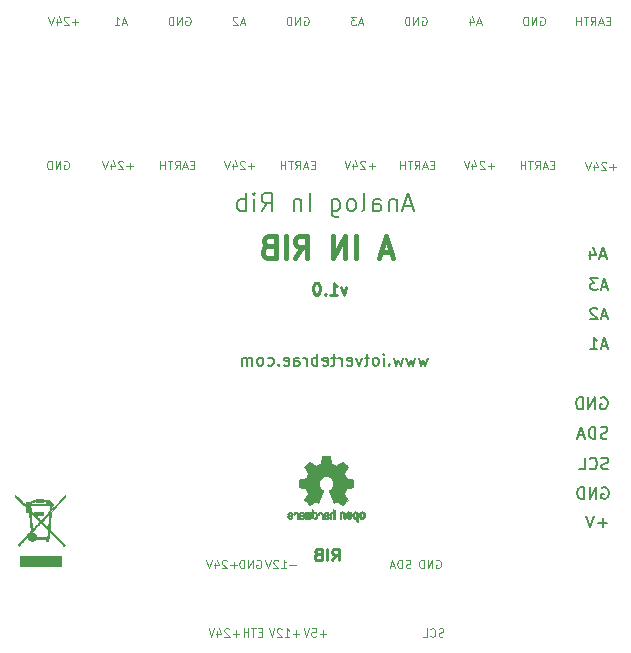
<source format=gbr>
%TF.GenerationSoftware,KiCad,Pcbnew,6.0.8+dfsg-1~bpo11+1*%
%TF.CreationDate,2022-10-31T17:33:22+01:00*%
%TF.ProjectId,rib4inAd_00,72696234-696e-4416-945f-30302e6b6963,rev?*%
%TF.SameCoordinates,Original*%
%TF.FileFunction,Legend,Bot*%
%TF.FilePolarity,Positive*%
%FSLAX46Y46*%
G04 Gerber Fmt 4.6, Leading zero omitted, Abs format (unit mm)*
G04 Created by KiCad (PCBNEW 6.0.8+dfsg-1~bpo11+1) date 2022-10-31 17:33:22*
%MOMM*%
%LPD*%
G01*
G04 APERTURE LIST*
%ADD10C,0.120000*%
%ADD11C,0.150000*%
%ADD12C,0.200000*%
%ADD13C,0.250000*%
%ADD14C,0.400000*%
%ADD15C,0.010000*%
G04 APERTURE END LIST*
D10*
X164233333Y-113250000D02*
X164300000Y-113216666D01*
X164400000Y-113216666D01*
X164500000Y-113250000D01*
X164566666Y-113316666D01*
X164600000Y-113383333D01*
X164633333Y-113516666D01*
X164633333Y-113616666D01*
X164600000Y-113750000D01*
X164566666Y-113816666D01*
X164500000Y-113883333D01*
X164400000Y-113916666D01*
X164333333Y-113916666D01*
X164233333Y-113883333D01*
X164200000Y-113850000D01*
X164200000Y-113616666D01*
X164333333Y-113616666D01*
X163900000Y-113916666D02*
X163900000Y-113216666D01*
X163500000Y-113916666D01*
X163500000Y-113216666D01*
X163166666Y-113916666D02*
X163166666Y-113216666D01*
X163000000Y-113216666D01*
X162900000Y-113250000D01*
X162833333Y-113316666D01*
X162800000Y-113383333D01*
X162766666Y-113516666D01*
X162766666Y-113616666D01*
X162800000Y-113750000D01*
X162833333Y-113816666D01*
X162900000Y-113883333D01*
X163000000Y-113916666D01*
X163166666Y-113916666D01*
D11*
X178709523Y-110071428D02*
X177947619Y-110071428D01*
X178328571Y-110452380D02*
X178328571Y-109690476D01*
X177614285Y-109452380D02*
X177280952Y-110452380D01*
X176947619Y-109452380D01*
X178261904Y-107100000D02*
X178357142Y-107052380D01*
X178500000Y-107052380D01*
X178642857Y-107100000D01*
X178738095Y-107195238D01*
X178785714Y-107290476D01*
X178833333Y-107480952D01*
X178833333Y-107623809D01*
X178785714Y-107814285D01*
X178738095Y-107909523D01*
X178642857Y-108004761D01*
X178500000Y-108052380D01*
X178404761Y-108052380D01*
X178261904Y-108004761D01*
X178214285Y-107957142D01*
X178214285Y-107623809D01*
X178404761Y-107623809D01*
X177785714Y-108052380D02*
X177785714Y-107052380D01*
X177214285Y-108052380D01*
X177214285Y-107052380D01*
X176738095Y-108052380D02*
X176738095Y-107052380D01*
X176500000Y-107052380D01*
X176357142Y-107100000D01*
X176261904Y-107195238D01*
X176214285Y-107290476D01*
X176166666Y-107480952D01*
X176166666Y-107623809D01*
X176214285Y-107814285D01*
X176261904Y-107909523D01*
X176357142Y-108004761D01*
X176500000Y-108052380D01*
X176738095Y-108052380D01*
D12*
X162228571Y-83250000D02*
X161514285Y-83250000D01*
X162371428Y-83678571D02*
X161871428Y-82178571D01*
X161371428Y-83678571D01*
X160871428Y-82678571D02*
X160871428Y-83678571D01*
X160871428Y-82821428D02*
X160800000Y-82750000D01*
X160657142Y-82678571D01*
X160442857Y-82678571D01*
X160300000Y-82750000D01*
X160228571Y-82892857D01*
X160228571Y-83678571D01*
X158871428Y-83678571D02*
X158871428Y-82892857D01*
X158942857Y-82750000D01*
X159085714Y-82678571D01*
X159371428Y-82678571D01*
X159514285Y-82750000D01*
X158871428Y-83607142D02*
X159014285Y-83678571D01*
X159371428Y-83678571D01*
X159514285Y-83607142D01*
X159585714Y-83464285D01*
X159585714Y-83321428D01*
X159514285Y-83178571D01*
X159371428Y-83107142D01*
X159014285Y-83107142D01*
X158871428Y-83035714D01*
X157942857Y-83678571D02*
X158085714Y-83607142D01*
X158157142Y-83464285D01*
X158157142Y-82178571D01*
X157157142Y-83678571D02*
X157300000Y-83607142D01*
X157371428Y-83535714D01*
X157442857Y-83392857D01*
X157442857Y-82964285D01*
X157371428Y-82821428D01*
X157300000Y-82750000D01*
X157157142Y-82678571D01*
X156942857Y-82678571D01*
X156800000Y-82750000D01*
X156728571Y-82821428D01*
X156657142Y-82964285D01*
X156657142Y-83392857D01*
X156728571Y-83535714D01*
X156800000Y-83607142D01*
X156942857Y-83678571D01*
X157157142Y-83678571D01*
X155371428Y-82678571D02*
X155371428Y-83892857D01*
X155442857Y-84035714D01*
X155514285Y-84107142D01*
X155657142Y-84178571D01*
X155871428Y-84178571D01*
X156014285Y-84107142D01*
X155371428Y-83607142D02*
X155514285Y-83678571D01*
X155800000Y-83678571D01*
X155942857Y-83607142D01*
X156014285Y-83535714D01*
X156085714Y-83392857D01*
X156085714Y-82964285D01*
X156014285Y-82821428D01*
X155942857Y-82750000D01*
X155800000Y-82678571D01*
X155514285Y-82678571D01*
X155371428Y-82750000D01*
X153514285Y-83678571D02*
X153514285Y-82178571D01*
X152800000Y-82678571D02*
X152800000Y-83678571D01*
X152800000Y-82821428D02*
X152728571Y-82750000D01*
X152585714Y-82678571D01*
X152371428Y-82678571D01*
X152228571Y-82750000D01*
X152157142Y-82892857D01*
X152157142Y-83678571D01*
X149442857Y-83678571D02*
X149942857Y-82964285D01*
X150300000Y-83678571D02*
X150300000Y-82178571D01*
X149728571Y-82178571D01*
X149585714Y-82250000D01*
X149514285Y-82321428D01*
X149442857Y-82464285D01*
X149442857Y-82678571D01*
X149514285Y-82821428D01*
X149585714Y-82892857D01*
X149728571Y-82964285D01*
X150300000Y-82964285D01*
X148800000Y-83678571D02*
X148800000Y-82678571D01*
X148800000Y-82178571D02*
X148871428Y-82250000D01*
X148800000Y-82321428D01*
X148728571Y-82250000D01*
X148800000Y-82178571D01*
X148800000Y-82321428D01*
X148085714Y-83678571D02*
X148085714Y-82178571D01*
X148085714Y-82750000D02*
X147942857Y-82678571D01*
X147657142Y-82678571D01*
X147514285Y-82750000D01*
X147442857Y-82821428D01*
X147371428Y-82964285D01*
X147371428Y-83392857D01*
X147442857Y-83535714D01*
X147514285Y-83607142D01*
X147657142Y-83678571D01*
X147942857Y-83678571D01*
X148085714Y-83607142D01*
D10*
X147333333Y-113650000D02*
X146800000Y-113650000D01*
X147066666Y-113916666D02*
X147066666Y-113383333D01*
X146500000Y-113283333D02*
X146466666Y-113250000D01*
X146400000Y-113216666D01*
X146233333Y-113216666D01*
X146166666Y-113250000D01*
X146133333Y-113283333D01*
X146100000Y-113350000D01*
X146100000Y-113416666D01*
X146133333Y-113516666D01*
X146533333Y-113916666D01*
X146100000Y-113916666D01*
X145500000Y-113450000D02*
X145500000Y-113916666D01*
X145666666Y-113183333D02*
X145833333Y-113683333D01*
X145400000Y-113683333D01*
X145233333Y-113216666D02*
X145000000Y-113916666D01*
X144766666Y-113216666D01*
X168000000Y-67716666D02*
X167666666Y-67716666D01*
X168066666Y-67916666D02*
X167833333Y-67216666D01*
X167600000Y-67916666D01*
X167066666Y-67450000D02*
X167066666Y-67916666D01*
X167233333Y-67183333D02*
X167400000Y-67683333D01*
X166966666Y-67683333D01*
X149483333Y-119350000D02*
X149250000Y-119350000D01*
X149150000Y-119716666D02*
X149483333Y-119716666D01*
X149483333Y-119016666D01*
X149150000Y-119016666D01*
X148950000Y-119016666D02*
X148550000Y-119016666D01*
X148750000Y-119716666D02*
X148750000Y-119016666D01*
X148316666Y-119716666D02*
X148316666Y-119016666D01*
X148316666Y-119350000D02*
X147916666Y-119350000D01*
X147916666Y-119716666D02*
X147916666Y-119016666D01*
X173033333Y-67250000D02*
X173100000Y-67216666D01*
X173200000Y-67216666D01*
X173300000Y-67250000D01*
X173366666Y-67316666D01*
X173400000Y-67383333D01*
X173433333Y-67516666D01*
X173433333Y-67616666D01*
X173400000Y-67750000D01*
X173366666Y-67816666D01*
X173300000Y-67883333D01*
X173200000Y-67916666D01*
X173133333Y-67916666D01*
X173033333Y-67883333D01*
X173000000Y-67850000D01*
X173000000Y-67616666D01*
X173133333Y-67616666D01*
X172700000Y-67916666D02*
X172700000Y-67216666D01*
X172300000Y-67916666D01*
X172300000Y-67216666D01*
X171966666Y-67916666D02*
X171966666Y-67216666D01*
X171800000Y-67216666D01*
X171700000Y-67250000D01*
X171633333Y-67316666D01*
X171600000Y-67383333D01*
X171566666Y-67516666D01*
X171566666Y-67616666D01*
X171600000Y-67750000D01*
X171633333Y-67816666D01*
X171700000Y-67883333D01*
X171800000Y-67916666D01*
X171966666Y-67916666D01*
D13*
X155428571Y-113252380D02*
X155761904Y-112776190D01*
X156000000Y-113252380D02*
X156000000Y-112252380D01*
X155619047Y-112252380D01*
X155523809Y-112300000D01*
X155476190Y-112347619D01*
X155428571Y-112442857D01*
X155428571Y-112585714D01*
X155476190Y-112680952D01*
X155523809Y-112728571D01*
X155619047Y-112776190D01*
X156000000Y-112776190D01*
X155000000Y-113252380D02*
X155000000Y-112252380D01*
X154190476Y-112728571D02*
X154047619Y-112776190D01*
X154000000Y-112823809D01*
X153952380Y-112919047D01*
X153952380Y-113061904D01*
X154000000Y-113157142D01*
X154047619Y-113204761D01*
X154142857Y-113252380D01*
X154523809Y-113252380D01*
X154523809Y-112252380D01*
X154190476Y-112252380D01*
X154095238Y-112300000D01*
X154047619Y-112347619D01*
X154000000Y-112442857D01*
X154000000Y-112538095D01*
X154047619Y-112633333D01*
X154095238Y-112680952D01*
X154190476Y-112728571D01*
X154523809Y-112728571D01*
D10*
X143733333Y-79750000D02*
X143500000Y-79750000D01*
X143400000Y-80116666D02*
X143733333Y-80116666D01*
X143733333Y-79416666D01*
X143400000Y-79416666D01*
X143133333Y-79916666D02*
X142800000Y-79916666D01*
X143200000Y-80116666D02*
X142966666Y-79416666D01*
X142733333Y-80116666D01*
X142100000Y-80116666D02*
X142333333Y-79783333D01*
X142500000Y-80116666D02*
X142500000Y-79416666D01*
X142233333Y-79416666D01*
X142166666Y-79450000D01*
X142133333Y-79483333D01*
X142100000Y-79550000D01*
X142100000Y-79650000D01*
X142133333Y-79716666D01*
X142166666Y-79750000D01*
X142233333Y-79783333D01*
X142500000Y-79783333D01*
X141900000Y-79416666D02*
X141500000Y-79416666D01*
X141700000Y-80116666D02*
X141700000Y-79416666D01*
X141266666Y-80116666D02*
X141266666Y-79416666D01*
X141266666Y-79750000D02*
X140866666Y-79750000D01*
X140866666Y-80116666D02*
X140866666Y-79416666D01*
X132733333Y-79450000D02*
X132800000Y-79416666D01*
X132900000Y-79416666D01*
X133000000Y-79450000D01*
X133066666Y-79516666D01*
X133100000Y-79583333D01*
X133133333Y-79716666D01*
X133133333Y-79816666D01*
X133100000Y-79950000D01*
X133066666Y-80016666D01*
X133000000Y-80083333D01*
X132900000Y-80116666D01*
X132833333Y-80116666D01*
X132733333Y-80083333D01*
X132700000Y-80050000D01*
X132700000Y-79816666D01*
X132833333Y-79816666D01*
X132400000Y-80116666D02*
X132400000Y-79416666D01*
X132000000Y-80116666D01*
X132000000Y-79416666D01*
X131666666Y-80116666D02*
X131666666Y-79416666D01*
X131500000Y-79416666D01*
X131400000Y-79450000D01*
X131333333Y-79516666D01*
X131300000Y-79583333D01*
X131266666Y-79716666D01*
X131266666Y-79816666D01*
X131300000Y-79950000D01*
X131333333Y-80016666D01*
X131400000Y-80083333D01*
X131500000Y-80116666D01*
X131666666Y-80116666D01*
D11*
X178614285Y-87466666D02*
X178138095Y-87466666D01*
X178709523Y-87752380D02*
X178376190Y-86752380D01*
X178042857Y-87752380D01*
X177280952Y-87085714D02*
X177280952Y-87752380D01*
X177519047Y-86704761D02*
X177757142Y-87419047D01*
X177138095Y-87419047D01*
X178714285Y-102904761D02*
X178571428Y-102952380D01*
X178333333Y-102952380D01*
X178238095Y-102904761D01*
X178190476Y-102857142D01*
X178142857Y-102761904D01*
X178142857Y-102666666D01*
X178190476Y-102571428D01*
X178238095Y-102523809D01*
X178333333Y-102476190D01*
X178523809Y-102428571D01*
X178619047Y-102380952D01*
X178666666Y-102333333D01*
X178714285Y-102238095D01*
X178714285Y-102142857D01*
X178666666Y-102047619D01*
X178619047Y-102000000D01*
X178523809Y-101952380D01*
X178285714Y-101952380D01*
X178142857Y-102000000D01*
X177714285Y-102952380D02*
X177714285Y-101952380D01*
X177476190Y-101952380D01*
X177333333Y-102000000D01*
X177238095Y-102095238D01*
X177190476Y-102190476D01*
X177142857Y-102380952D01*
X177142857Y-102523809D01*
X177190476Y-102714285D01*
X177238095Y-102809523D01*
X177333333Y-102904761D01*
X177476190Y-102952380D01*
X177714285Y-102952380D01*
X176761904Y-102666666D02*
X176285714Y-102666666D01*
X176857142Y-102952380D02*
X176523809Y-101952380D01*
X176190476Y-102952380D01*
X178161904Y-99500000D02*
X178257142Y-99452380D01*
X178400000Y-99452380D01*
X178542857Y-99500000D01*
X178638095Y-99595238D01*
X178685714Y-99690476D01*
X178733333Y-99880952D01*
X178733333Y-100023809D01*
X178685714Y-100214285D01*
X178638095Y-100309523D01*
X178542857Y-100404761D01*
X178400000Y-100452380D01*
X178304761Y-100452380D01*
X178161904Y-100404761D01*
X178114285Y-100357142D01*
X178114285Y-100023809D01*
X178304761Y-100023809D01*
X177685714Y-100452380D02*
X177685714Y-99452380D01*
X177114285Y-100452380D01*
X177114285Y-99452380D01*
X176638095Y-100452380D02*
X176638095Y-99452380D01*
X176400000Y-99452380D01*
X176257142Y-99500000D01*
X176161904Y-99595238D01*
X176114285Y-99690476D01*
X176066666Y-99880952D01*
X176066666Y-100023809D01*
X176114285Y-100214285D01*
X176161904Y-100309523D01*
X176257142Y-100404761D01*
X176400000Y-100452380D01*
X176638095Y-100452380D01*
D10*
X133933333Y-67650000D02*
X133400000Y-67650000D01*
X133666666Y-67916666D02*
X133666666Y-67383333D01*
X133100000Y-67283333D02*
X133066666Y-67250000D01*
X133000000Y-67216666D01*
X132833333Y-67216666D01*
X132766666Y-67250000D01*
X132733333Y-67283333D01*
X132700000Y-67350000D01*
X132700000Y-67416666D01*
X132733333Y-67516666D01*
X133133333Y-67916666D01*
X132700000Y-67916666D01*
X132100000Y-67450000D02*
X132100000Y-67916666D01*
X132266666Y-67183333D02*
X132433333Y-67683333D01*
X132000000Y-67683333D01*
X131833333Y-67216666D02*
X131600000Y-67916666D01*
X131366666Y-67216666D01*
D11*
X178714285Y-90066666D02*
X178238095Y-90066666D01*
X178809523Y-90352380D02*
X178476190Y-89352380D01*
X178142857Y-90352380D01*
X177904761Y-89352380D02*
X177285714Y-89352380D01*
X177619047Y-89733333D01*
X177476190Y-89733333D01*
X177380952Y-89780952D01*
X177333333Y-89828571D01*
X177285714Y-89923809D01*
X177285714Y-90161904D01*
X177333333Y-90257142D01*
X177380952Y-90304761D01*
X177476190Y-90352380D01*
X177761904Y-90352380D01*
X177857142Y-90304761D01*
X177904761Y-90257142D01*
D10*
X138000000Y-67716666D02*
X137666666Y-67716666D01*
X138066666Y-67916666D02*
X137833333Y-67216666D01*
X137600000Y-67916666D01*
X137000000Y-67916666D02*
X137400000Y-67916666D01*
X137200000Y-67916666D02*
X137200000Y-67216666D01*
X137266666Y-67316666D01*
X137333333Y-67383333D01*
X137400000Y-67416666D01*
X152633333Y-119450000D02*
X152100000Y-119450000D01*
X152366666Y-119716666D02*
X152366666Y-119183333D01*
X151400000Y-119716666D02*
X151800000Y-119716666D01*
X151600000Y-119716666D02*
X151600000Y-119016666D01*
X151666666Y-119116666D01*
X151733333Y-119183333D01*
X151800000Y-119216666D01*
X151133333Y-119083333D02*
X151100000Y-119050000D01*
X151033333Y-119016666D01*
X150866666Y-119016666D01*
X150800000Y-119050000D01*
X150766666Y-119083333D01*
X150733333Y-119150000D01*
X150733333Y-119216666D01*
X150766666Y-119316666D01*
X151166666Y-119716666D01*
X150733333Y-119716666D01*
X150533333Y-119016666D02*
X150300000Y-119716666D01*
X150066666Y-119016666D01*
X178933333Y-67550000D02*
X178700000Y-67550000D01*
X178600000Y-67916666D02*
X178933333Y-67916666D01*
X178933333Y-67216666D01*
X178600000Y-67216666D01*
X178333333Y-67716666D02*
X178000000Y-67716666D01*
X178400000Y-67916666D02*
X178166666Y-67216666D01*
X177933333Y-67916666D01*
X177300000Y-67916666D02*
X177533333Y-67583333D01*
X177700000Y-67916666D02*
X177700000Y-67216666D01*
X177433333Y-67216666D01*
X177366666Y-67250000D01*
X177333333Y-67283333D01*
X177300000Y-67350000D01*
X177300000Y-67450000D01*
X177333333Y-67516666D01*
X177366666Y-67550000D01*
X177433333Y-67583333D01*
X177700000Y-67583333D01*
X177100000Y-67216666D02*
X176700000Y-67216666D01*
X176900000Y-67916666D02*
X176900000Y-67216666D01*
X176466666Y-67916666D02*
X176466666Y-67216666D01*
X176466666Y-67550000D02*
X176066666Y-67550000D01*
X176066666Y-67916666D02*
X176066666Y-67216666D01*
X154900000Y-119450000D02*
X154366666Y-119450000D01*
X154633333Y-119716666D02*
X154633333Y-119183333D01*
X153700000Y-119016666D02*
X154033333Y-119016666D01*
X154066666Y-119350000D01*
X154033333Y-119316666D01*
X153966666Y-119283333D01*
X153800000Y-119283333D01*
X153733333Y-119316666D01*
X153700000Y-119350000D01*
X153666666Y-119416666D01*
X153666666Y-119583333D01*
X153700000Y-119650000D01*
X153733333Y-119683333D01*
X153800000Y-119716666D01*
X153966666Y-119716666D01*
X154033333Y-119683333D01*
X154066666Y-119650000D01*
X153466666Y-119016666D02*
X153233333Y-119716666D01*
X153000000Y-119016666D01*
D11*
X178714285Y-92566666D02*
X178238095Y-92566666D01*
X178809523Y-92852380D02*
X178476190Y-91852380D01*
X178142857Y-92852380D01*
X177857142Y-91947619D02*
X177809523Y-91900000D01*
X177714285Y-91852380D01*
X177476190Y-91852380D01*
X177380952Y-91900000D01*
X177333333Y-91947619D01*
X177285714Y-92042857D01*
X177285714Y-92138095D01*
X177333333Y-92280952D01*
X177904761Y-92852380D01*
X177285714Y-92852380D01*
D10*
X153933333Y-79750000D02*
X153700000Y-79750000D01*
X153600000Y-80116666D02*
X153933333Y-80116666D01*
X153933333Y-79416666D01*
X153600000Y-79416666D01*
X153333333Y-79916666D02*
X153000000Y-79916666D01*
X153400000Y-80116666D02*
X153166666Y-79416666D01*
X152933333Y-80116666D01*
X152300000Y-80116666D02*
X152533333Y-79783333D01*
X152700000Y-80116666D02*
X152700000Y-79416666D01*
X152433333Y-79416666D01*
X152366666Y-79450000D01*
X152333333Y-79483333D01*
X152300000Y-79550000D01*
X152300000Y-79650000D01*
X152333333Y-79716666D01*
X152366666Y-79750000D01*
X152433333Y-79783333D01*
X152700000Y-79783333D01*
X152100000Y-79416666D02*
X151700000Y-79416666D01*
X151900000Y-80116666D02*
X151900000Y-79416666D01*
X151466666Y-80116666D02*
X151466666Y-79416666D01*
X151466666Y-79750000D02*
X151066666Y-79750000D01*
X151066666Y-80116666D02*
X151066666Y-79416666D01*
X149033333Y-113250000D02*
X149100000Y-113216666D01*
X149200000Y-113216666D01*
X149300000Y-113250000D01*
X149366666Y-113316666D01*
X149400000Y-113383333D01*
X149433333Y-113516666D01*
X149433333Y-113616666D01*
X149400000Y-113750000D01*
X149366666Y-113816666D01*
X149300000Y-113883333D01*
X149200000Y-113916666D01*
X149133333Y-113916666D01*
X149033333Y-113883333D01*
X149000000Y-113850000D01*
X149000000Y-113616666D01*
X149133333Y-113616666D01*
X148700000Y-113916666D02*
X148700000Y-113216666D01*
X148300000Y-113916666D01*
X148300000Y-113216666D01*
X147966666Y-113916666D02*
X147966666Y-113216666D01*
X147800000Y-113216666D01*
X147700000Y-113250000D01*
X147633333Y-113316666D01*
X147600000Y-113383333D01*
X147566666Y-113516666D01*
X147566666Y-113616666D01*
X147600000Y-113750000D01*
X147633333Y-113816666D01*
X147700000Y-113883333D01*
X147800000Y-113916666D01*
X147966666Y-113916666D01*
X143033333Y-67250000D02*
X143100000Y-67216666D01*
X143200000Y-67216666D01*
X143300000Y-67250000D01*
X143366666Y-67316666D01*
X143400000Y-67383333D01*
X143433333Y-67516666D01*
X143433333Y-67616666D01*
X143400000Y-67750000D01*
X143366666Y-67816666D01*
X143300000Y-67883333D01*
X143200000Y-67916666D01*
X143133333Y-67916666D01*
X143033333Y-67883333D01*
X143000000Y-67850000D01*
X143000000Y-67616666D01*
X143133333Y-67616666D01*
X142700000Y-67916666D02*
X142700000Y-67216666D01*
X142300000Y-67916666D01*
X142300000Y-67216666D01*
X141966666Y-67916666D02*
X141966666Y-67216666D01*
X141800000Y-67216666D01*
X141700000Y-67250000D01*
X141633333Y-67316666D01*
X141600000Y-67383333D01*
X141566666Y-67516666D01*
X141566666Y-67616666D01*
X141600000Y-67750000D01*
X141633333Y-67816666D01*
X141700000Y-67883333D01*
X141800000Y-67916666D01*
X141966666Y-67916666D01*
X169133333Y-79850000D02*
X168600000Y-79850000D01*
X168866666Y-80116666D02*
X168866666Y-79583333D01*
X168300000Y-79483333D02*
X168266666Y-79450000D01*
X168200000Y-79416666D01*
X168033333Y-79416666D01*
X167966666Y-79450000D01*
X167933333Y-79483333D01*
X167900000Y-79550000D01*
X167900000Y-79616666D01*
X167933333Y-79716666D01*
X168333333Y-80116666D01*
X167900000Y-80116666D01*
X167300000Y-79650000D02*
X167300000Y-80116666D01*
X167466666Y-79383333D02*
X167633333Y-79883333D01*
X167200000Y-79883333D01*
X167033333Y-79416666D02*
X166800000Y-80116666D01*
X166566666Y-79416666D01*
X164033333Y-79750000D02*
X163800000Y-79750000D01*
X163700000Y-80116666D02*
X164033333Y-80116666D01*
X164033333Y-79416666D01*
X163700000Y-79416666D01*
X163433333Y-79916666D02*
X163100000Y-79916666D01*
X163500000Y-80116666D02*
X163266666Y-79416666D01*
X163033333Y-80116666D01*
X162400000Y-80116666D02*
X162633333Y-79783333D01*
X162800000Y-80116666D02*
X162800000Y-79416666D01*
X162533333Y-79416666D01*
X162466666Y-79450000D01*
X162433333Y-79483333D01*
X162400000Y-79550000D01*
X162400000Y-79650000D01*
X162433333Y-79716666D01*
X162466666Y-79750000D01*
X162533333Y-79783333D01*
X162800000Y-79783333D01*
X162200000Y-79416666D02*
X161800000Y-79416666D01*
X162000000Y-80116666D02*
X162000000Y-79416666D01*
X161566666Y-80116666D02*
X161566666Y-79416666D01*
X161566666Y-79750000D02*
X161166666Y-79750000D01*
X161166666Y-80116666D02*
X161166666Y-79416666D01*
X174233333Y-79750000D02*
X174000000Y-79750000D01*
X173900000Y-80116666D02*
X174233333Y-80116666D01*
X174233333Y-79416666D01*
X173900000Y-79416666D01*
X173633333Y-79916666D02*
X173300000Y-79916666D01*
X173700000Y-80116666D02*
X173466666Y-79416666D01*
X173233333Y-80116666D01*
X172600000Y-80116666D02*
X172833333Y-79783333D01*
X173000000Y-80116666D02*
X173000000Y-79416666D01*
X172733333Y-79416666D01*
X172666666Y-79450000D01*
X172633333Y-79483333D01*
X172600000Y-79550000D01*
X172600000Y-79650000D01*
X172633333Y-79716666D01*
X172666666Y-79750000D01*
X172733333Y-79783333D01*
X173000000Y-79783333D01*
X172400000Y-79416666D02*
X172000000Y-79416666D01*
X172200000Y-80116666D02*
X172200000Y-79416666D01*
X171766666Y-80116666D02*
X171766666Y-79416666D01*
X171766666Y-79750000D02*
X171366666Y-79750000D01*
X171366666Y-80116666D02*
X171366666Y-79416666D01*
D11*
X178714285Y-95066666D02*
X178238095Y-95066666D01*
X178809523Y-95352380D02*
X178476190Y-94352380D01*
X178142857Y-95352380D01*
X177285714Y-95352380D02*
X177857142Y-95352380D01*
X177571428Y-95352380D02*
X177571428Y-94352380D01*
X177666666Y-94495238D01*
X177761904Y-94590476D01*
X177857142Y-94638095D01*
X178790476Y-105504761D02*
X178647619Y-105552380D01*
X178409523Y-105552380D01*
X178314285Y-105504761D01*
X178266666Y-105457142D01*
X178219047Y-105361904D01*
X178219047Y-105266666D01*
X178266666Y-105171428D01*
X178314285Y-105123809D01*
X178409523Y-105076190D01*
X178600000Y-105028571D01*
X178695238Y-104980952D01*
X178742857Y-104933333D01*
X178790476Y-104838095D01*
X178790476Y-104742857D01*
X178742857Y-104647619D01*
X178695238Y-104600000D01*
X178600000Y-104552380D01*
X178361904Y-104552380D01*
X178219047Y-104600000D01*
X177219047Y-105457142D02*
X177266666Y-105504761D01*
X177409523Y-105552380D01*
X177504761Y-105552380D01*
X177647619Y-105504761D01*
X177742857Y-105409523D01*
X177790476Y-105314285D01*
X177838095Y-105123809D01*
X177838095Y-104980952D01*
X177790476Y-104790476D01*
X177742857Y-104695238D01*
X177647619Y-104600000D01*
X177504761Y-104552380D01*
X177409523Y-104552380D01*
X177266666Y-104600000D01*
X177219047Y-104647619D01*
X176314285Y-105552380D02*
X176790476Y-105552380D01*
X176790476Y-104552380D01*
D10*
X153033333Y-67250000D02*
X153100000Y-67216666D01*
X153200000Y-67216666D01*
X153300000Y-67250000D01*
X153366666Y-67316666D01*
X153400000Y-67383333D01*
X153433333Y-67516666D01*
X153433333Y-67616666D01*
X153400000Y-67750000D01*
X153366666Y-67816666D01*
X153300000Y-67883333D01*
X153200000Y-67916666D01*
X153133333Y-67916666D01*
X153033333Y-67883333D01*
X153000000Y-67850000D01*
X153000000Y-67616666D01*
X153133333Y-67616666D01*
X152700000Y-67916666D02*
X152700000Y-67216666D01*
X152300000Y-67916666D01*
X152300000Y-67216666D01*
X151966666Y-67916666D02*
X151966666Y-67216666D01*
X151800000Y-67216666D01*
X151700000Y-67250000D01*
X151633333Y-67316666D01*
X151600000Y-67383333D01*
X151566666Y-67516666D01*
X151566666Y-67616666D01*
X151600000Y-67750000D01*
X151633333Y-67816666D01*
X151700000Y-67883333D01*
X151800000Y-67916666D01*
X151966666Y-67916666D01*
X138533333Y-79850000D02*
X138000000Y-79850000D01*
X138266666Y-80116666D02*
X138266666Y-79583333D01*
X137700000Y-79483333D02*
X137666666Y-79450000D01*
X137600000Y-79416666D01*
X137433333Y-79416666D01*
X137366666Y-79450000D01*
X137333333Y-79483333D01*
X137300000Y-79550000D01*
X137300000Y-79616666D01*
X137333333Y-79716666D01*
X137733333Y-80116666D01*
X137300000Y-80116666D01*
X136700000Y-79650000D02*
X136700000Y-80116666D01*
X136866666Y-79383333D02*
X137033333Y-79883333D01*
X136600000Y-79883333D01*
X136433333Y-79416666D02*
X136200000Y-80116666D01*
X135966666Y-79416666D01*
X152333333Y-113650000D02*
X151800000Y-113650000D01*
X151100000Y-113916666D02*
X151500000Y-113916666D01*
X151300000Y-113916666D02*
X151300000Y-113216666D01*
X151366666Y-113316666D01*
X151433333Y-113383333D01*
X151500000Y-113416666D01*
X150833333Y-113283333D02*
X150800000Y-113250000D01*
X150733333Y-113216666D01*
X150566666Y-113216666D01*
X150500000Y-113250000D01*
X150466666Y-113283333D01*
X150433333Y-113350000D01*
X150433333Y-113416666D01*
X150466666Y-113516666D01*
X150866666Y-113916666D01*
X150433333Y-113916666D01*
X150233333Y-113216666D02*
X150000000Y-113916666D01*
X149766666Y-113216666D01*
X148000000Y-67716666D02*
X147666666Y-67716666D01*
X148066666Y-67916666D02*
X147833333Y-67216666D01*
X147600000Y-67916666D01*
X147400000Y-67283333D02*
X147366666Y-67250000D01*
X147300000Y-67216666D01*
X147133333Y-67216666D01*
X147066666Y-67250000D01*
X147033333Y-67283333D01*
X147000000Y-67350000D01*
X147000000Y-67416666D01*
X147033333Y-67516666D01*
X147433333Y-67916666D01*
X147000000Y-67916666D01*
X179433333Y-79950000D02*
X178900000Y-79950000D01*
X179166666Y-80216666D02*
X179166666Y-79683333D01*
X178600000Y-79583333D02*
X178566666Y-79550000D01*
X178500000Y-79516666D01*
X178333333Y-79516666D01*
X178266666Y-79550000D01*
X178233333Y-79583333D01*
X178200000Y-79650000D01*
X178200000Y-79716666D01*
X178233333Y-79816666D01*
X178633333Y-80216666D01*
X178200000Y-80216666D01*
X177600000Y-79750000D02*
X177600000Y-80216666D01*
X177766666Y-79483333D02*
X177933333Y-79983333D01*
X177500000Y-79983333D01*
X177333333Y-79516666D02*
X177100000Y-80216666D01*
X176866666Y-79516666D01*
X162050000Y-113883333D02*
X161950000Y-113916666D01*
X161783333Y-113916666D01*
X161716666Y-113883333D01*
X161683333Y-113850000D01*
X161650000Y-113783333D01*
X161650000Y-113716666D01*
X161683333Y-113650000D01*
X161716666Y-113616666D01*
X161783333Y-113583333D01*
X161916666Y-113550000D01*
X161983333Y-113516666D01*
X162016666Y-113483333D01*
X162050000Y-113416666D01*
X162050000Y-113350000D01*
X162016666Y-113283333D01*
X161983333Y-113250000D01*
X161916666Y-113216666D01*
X161750000Y-113216666D01*
X161650000Y-113250000D01*
X161350000Y-113916666D02*
X161350000Y-113216666D01*
X161183333Y-113216666D01*
X161083333Y-113250000D01*
X161016666Y-113316666D01*
X160983333Y-113383333D01*
X160950000Y-113516666D01*
X160950000Y-113616666D01*
X160983333Y-113750000D01*
X161016666Y-113816666D01*
X161083333Y-113883333D01*
X161183333Y-113916666D01*
X161350000Y-113916666D01*
X160683333Y-113716666D02*
X160350000Y-113716666D01*
X160750000Y-113916666D02*
X160516666Y-113216666D01*
X160283333Y-113916666D01*
X148833333Y-79850000D02*
X148300000Y-79850000D01*
X148566666Y-80116666D02*
X148566666Y-79583333D01*
X148000000Y-79483333D02*
X147966666Y-79450000D01*
X147900000Y-79416666D01*
X147733333Y-79416666D01*
X147666666Y-79450000D01*
X147633333Y-79483333D01*
X147600000Y-79550000D01*
X147600000Y-79616666D01*
X147633333Y-79716666D01*
X148033333Y-80116666D01*
X147600000Y-80116666D01*
X147000000Y-79650000D02*
X147000000Y-80116666D01*
X147166666Y-79383333D02*
X147333333Y-79883333D01*
X146900000Y-79883333D01*
X146733333Y-79416666D02*
X146500000Y-80116666D01*
X146266666Y-79416666D01*
D14*
X160400000Y-87116666D02*
X159542857Y-87116666D01*
X160571428Y-87659523D02*
X159971428Y-85759523D01*
X159371428Y-87659523D01*
X157400000Y-87659523D02*
X157400000Y-85759523D01*
X156542857Y-87659523D02*
X156542857Y-85759523D01*
X155514285Y-87659523D01*
X155514285Y-85759523D01*
X152257142Y-87659523D02*
X152857142Y-86754761D01*
X153285714Y-87659523D02*
X153285714Y-85759523D01*
X152600000Y-85759523D01*
X152428571Y-85850000D01*
X152342857Y-85940476D01*
X152257142Y-86121428D01*
X152257142Y-86392857D01*
X152342857Y-86573809D01*
X152428571Y-86664285D01*
X152600000Y-86754761D01*
X153285714Y-86754761D01*
X151485714Y-87659523D02*
X151485714Y-85759523D01*
X150028571Y-86664285D02*
X149771428Y-86754761D01*
X149685714Y-86845238D01*
X149600000Y-87026190D01*
X149600000Y-87297619D01*
X149685714Y-87478571D01*
X149771428Y-87569047D01*
X149942857Y-87659523D01*
X150628571Y-87659523D01*
X150628571Y-85759523D01*
X150028571Y-85759523D01*
X149857142Y-85850000D01*
X149771428Y-85940476D01*
X149685714Y-86121428D01*
X149685714Y-86302380D01*
X149771428Y-86483333D01*
X149857142Y-86573809D01*
X150028571Y-86664285D01*
X150628571Y-86664285D01*
D10*
X159033333Y-79850000D02*
X158500000Y-79850000D01*
X158766666Y-80116666D02*
X158766666Y-79583333D01*
X158200000Y-79483333D02*
X158166666Y-79450000D01*
X158100000Y-79416666D01*
X157933333Y-79416666D01*
X157866666Y-79450000D01*
X157833333Y-79483333D01*
X157800000Y-79550000D01*
X157800000Y-79616666D01*
X157833333Y-79716666D01*
X158233333Y-80116666D01*
X157800000Y-80116666D01*
X157200000Y-79650000D02*
X157200000Y-80116666D01*
X157366666Y-79383333D02*
X157533333Y-79883333D01*
X157100000Y-79883333D01*
X156933333Y-79416666D02*
X156700000Y-80116666D01*
X156466666Y-79416666D01*
D11*
X163504761Y-96085714D02*
X163314285Y-96752380D01*
X163123809Y-96276190D01*
X162933333Y-96752380D01*
X162742857Y-96085714D01*
X162457142Y-96085714D02*
X162266666Y-96752380D01*
X162076190Y-96276190D01*
X161885714Y-96752380D01*
X161695238Y-96085714D01*
X161409523Y-96085714D02*
X161219047Y-96752380D01*
X161028571Y-96276190D01*
X160838095Y-96752380D01*
X160647619Y-96085714D01*
X160266666Y-96657142D02*
X160219047Y-96704761D01*
X160266666Y-96752380D01*
X160314285Y-96704761D01*
X160266666Y-96657142D01*
X160266666Y-96752380D01*
X159790476Y-96752380D02*
X159790476Y-96085714D01*
X159790476Y-95752380D02*
X159838095Y-95800000D01*
X159790476Y-95847619D01*
X159742857Y-95800000D01*
X159790476Y-95752380D01*
X159790476Y-95847619D01*
X159171428Y-96752380D02*
X159266666Y-96704761D01*
X159314285Y-96657142D01*
X159361904Y-96561904D01*
X159361904Y-96276190D01*
X159314285Y-96180952D01*
X159266666Y-96133333D01*
X159171428Y-96085714D01*
X159028571Y-96085714D01*
X158933333Y-96133333D01*
X158885714Y-96180952D01*
X158838095Y-96276190D01*
X158838095Y-96561904D01*
X158885714Y-96657142D01*
X158933333Y-96704761D01*
X159028571Y-96752380D01*
X159171428Y-96752380D01*
X158552380Y-96085714D02*
X158171428Y-96085714D01*
X158409523Y-95752380D02*
X158409523Y-96609523D01*
X158361904Y-96704761D01*
X158266666Y-96752380D01*
X158171428Y-96752380D01*
X157933333Y-96085714D02*
X157695238Y-96752380D01*
X157457142Y-96085714D01*
X156695238Y-96704761D02*
X156790476Y-96752380D01*
X156980952Y-96752380D01*
X157076190Y-96704761D01*
X157123809Y-96609523D01*
X157123809Y-96228571D01*
X157076190Y-96133333D01*
X156980952Y-96085714D01*
X156790476Y-96085714D01*
X156695238Y-96133333D01*
X156647619Y-96228571D01*
X156647619Y-96323809D01*
X157123809Y-96419047D01*
X156219047Y-96752380D02*
X156219047Y-96085714D01*
X156219047Y-96276190D02*
X156171428Y-96180952D01*
X156123809Y-96133333D01*
X156028571Y-96085714D01*
X155933333Y-96085714D01*
X155742857Y-96085714D02*
X155361904Y-96085714D01*
X155600000Y-95752380D02*
X155600000Y-96609523D01*
X155552380Y-96704761D01*
X155457142Y-96752380D01*
X155361904Y-96752380D01*
X154647619Y-96704761D02*
X154742857Y-96752380D01*
X154933333Y-96752380D01*
X155028571Y-96704761D01*
X155076190Y-96609523D01*
X155076190Y-96228571D01*
X155028571Y-96133333D01*
X154933333Y-96085714D01*
X154742857Y-96085714D01*
X154647619Y-96133333D01*
X154600000Y-96228571D01*
X154600000Y-96323809D01*
X155076190Y-96419047D01*
X154171428Y-96752380D02*
X154171428Y-95752380D01*
X154171428Y-96133333D02*
X154076190Y-96085714D01*
X153885714Y-96085714D01*
X153790476Y-96133333D01*
X153742857Y-96180952D01*
X153695238Y-96276190D01*
X153695238Y-96561904D01*
X153742857Y-96657142D01*
X153790476Y-96704761D01*
X153885714Y-96752380D01*
X154076190Y-96752380D01*
X154171428Y-96704761D01*
X153266666Y-96752380D02*
X153266666Y-96085714D01*
X153266666Y-96276190D02*
X153219047Y-96180952D01*
X153171428Y-96133333D01*
X153076190Y-96085714D01*
X152980952Y-96085714D01*
X152219047Y-96752380D02*
X152219047Y-96228571D01*
X152266666Y-96133333D01*
X152361904Y-96085714D01*
X152552380Y-96085714D01*
X152647619Y-96133333D01*
X152219047Y-96704761D02*
X152314285Y-96752380D01*
X152552380Y-96752380D01*
X152647619Y-96704761D01*
X152695238Y-96609523D01*
X152695238Y-96514285D01*
X152647619Y-96419047D01*
X152552380Y-96371428D01*
X152314285Y-96371428D01*
X152219047Y-96323809D01*
X151361904Y-96704761D02*
X151457142Y-96752380D01*
X151647619Y-96752380D01*
X151742857Y-96704761D01*
X151790476Y-96609523D01*
X151790476Y-96228571D01*
X151742857Y-96133333D01*
X151647619Y-96085714D01*
X151457142Y-96085714D01*
X151361904Y-96133333D01*
X151314285Y-96228571D01*
X151314285Y-96323809D01*
X151790476Y-96419047D01*
X150885714Y-96657142D02*
X150838095Y-96704761D01*
X150885714Y-96752380D01*
X150933333Y-96704761D01*
X150885714Y-96657142D01*
X150885714Y-96752380D01*
X149980952Y-96704761D02*
X150076190Y-96752380D01*
X150266666Y-96752380D01*
X150361904Y-96704761D01*
X150409523Y-96657142D01*
X150457142Y-96561904D01*
X150457142Y-96276190D01*
X150409523Y-96180952D01*
X150361904Y-96133333D01*
X150266666Y-96085714D01*
X150076190Y-96085714D01*
X149980952Y-96133333D01*
X149409523Y-96752380D02*
X149504761Y-96704761D01*
X149552380Y-96657142D01*
X149600000Y-96561904D01*
X149600000Y-96276190D01*
X149552380Y-96180952D01*
X149504761Y-96133333D01*
X149409523Y-96085714D01*
X149266666Y-96085714D01*
X149171428Y-96133333D01*
X149123809Y-96180952D01*
X149076190Y-96276190D01*
X149076190Y-96561904D01*
X149123809Y-96657142D01*
X149171428Y-96704761D01*
X149266666Y-96752380D01*
X149409523Y-96752380D01*
X148647619Y-96752380D02*
X148647619Y-96085714D01*
X148647619Y-96180952D02*
X148600000Y-96133333D01*
X148504761Y-96085714D01*
X148361904Y-96085714D01*
X148266666Y-96133333D01*
X148219047Y-96228571D01*
X148219047Y-96752380D01*
X148219047Y-96228571D02*
X148171428Y-96133333D01*
X148076190Y-96085714D01*
X147933333Y-96085714D01*
X147838095Y-96133333D01*
X147790476Y-96228571D01*
X147790476Y-96752380D01*
D13*
X156628571Y-90085714D02*
X156390476Y-90752380D01*
X156152380Y-90085714D01*
X155247619Y-90752380D02*
X155819047Y-90752380D01*
X155533333Y-90752380D02*
X155533333Y-89752380D01*
X155628571Y-89895238D01*
X155723809Y-89990476D01*
X155819047Y-90038095D01*
X154819047Y-90657142D02*
X154771428Y-90704761D01*
X154819047Y-90752380D01*
X154866666Y-90704761D01*
X154819047Y-90657142D01*
X154819047Y-90752380D01*
X154152380Y-89752380D02*
X154057142Y-89752380D01*
X153961904Y-89800000D01*
X153914285Y-89847619D01*
X153866666Y-89942857D01*
X153819047Y-90133333D01*
X153819047Y-90371428D01*
X153866666Y-90561904D01*
X153914285Y-90657142D01*
X153961904Y-90704761D01*
X154057142Y-90752380D01*
X154152380Y-90752380D01*
X154247619Y-90704761D01*
X154295238Y-90657142D01*
X154342857Y-90561904D01*
X154390476Y-90371428D01*
X154390476Y-90133333D01*
X154342857Y-89942857D01*
X154295238Y-89847619D01*
X154247619Y-89800000D01*
X154152380Y-89752380D01*
D10*
X158000000Y-67716666D02*
X157666666Y-67716666D01*
X158066666Y-67916666D02*
X157833333Y-67216666D01*
X157600000Y-67916666D01*
X157433333Y-67216666D02*
X157000000Y-67216666D01*
X157233333Y-67483333D01*
X157133333Y-67483333D01*
X157066666Y-67516666D01*
X157033333Y-67550000D01*
X157000000Y-67616666D01*
X157000000Y-67783333D01*
X157033333Y-67850000D01*
X157066666Y-67883333D01*
X157133333Y-67916666D01*
X157333333Y-67916666D01*
X157400000Y-67883333D01*
X157433333Y-67850000D01*
X147533333Y-119450000D02*
X147000000Y-119450000D01*
X147266666Y-119716666D02*
X147266666Y-119183333D01*
X146700000Y-119083333D02*
X146666666Y-119050000D01*
X146600000Y-119016666D01*
X146433333Y-119016666D01*
X146366666Y-119050000D01*
X146333333Y-119083333D01*
X146300000Y-119150000D01*
X146300000Y-119216666D01*
X146333333Y-119316666D01*
X146733333Y-119716666D01*
X146300000Y-119716666D01*
X145700000Y-119250000D02*
X145700000Y-119716666D01*
X145866666Y-118983333D02*
X146033333Y-119483333D01*
X145600000Y-119483333D01*
X145433333Y-119016666D02*
X145200000Y-119716666D01*
X144966666Y-119016666D01*
X164833333Y-119683333D02*
X164733333Y-119716666D01*
X164566666Y-119716666D01*
X164500000Y-119683333D01*
X164466666Y-119650000D01*
X164433333Y-119583333D01*
X164433333Y-119516666D01*
X164466666Y-119450000D01*
X164500000Y-119416666D01*
X164566666Y-119383333D01*
X164700000Y-119350000D01*
X164766666Y-119316666D01*
X164800000Y-119283333D01*
X164833333Y-119216666D01*
X164833333Y-119150000D01*
X164800000Y-119083333D01*
X164766666Y-119050000D01*
X164700000Y-119016666D01*
X164533333Y-119016666D01*
X164433333Y-119050000D01*
X163733333Y-119650000D02*
X163766666Y-119683333D01*
X163866666Y-119716666D01*
X163933333Y-119716666D01*
X164033333Y-119683333D01*
X164100000Y-119616666D01*
X164133333Y-119550000D01*
X164166666Y-119416666D01*
X164166666Y-119316666D01*
X164133333Y-119183333D01*
X164100000Y-119116666D01*
X164033333Y-119050000D01*
X163933333Y-119016666D01*
X163866666Y-119016666D01*
X163766666Y-119050000D01*
X163733333Y-119083333D01*
X163100000Y-119716666D02*
X163433333Y-119716666D01*
X163433333Y-119016666D01*
X163033333Y-67250000D02*
X163100000Y-67216666D01*
X163200000Y-67216666D01*
X163300000Y-67250000D01*
X163366666Y-67316666D01*
X163400000Y-67383333D01*
X163433333Y-67516666D01*
X163433333Y-67616666D01*
X163400000Y-67750000D01*
X163366666Y-67816666D01*
X163300000Y-67883333D01*
X163200000Y-67916666D01*
X163133333Y-67916666D01*
X163033333Y-67883333D01*
X163000000Y-67850000D01*
X163000000Y-67616666D01*
X163133333Y-67616666D01*
X162700000Y-67916666D02*
X162700000Y-67216666D01*
X162300000Y-67916666D01*
X162300000Y-67216666D01*
X161966666Y-67916666D02*
X161966666Y-67216666D01*
X161800000Y-67216666D01*
X161700000Y-67250000D01*
X161633333Y-67316666D01*
X161600000Y-67383333D01*
X161566666Y-67516666D01*
X161566666Y-67616666D01*
X161600000Y-67750000D01*
X161633333Y-67816666D01*
X161700000Y-67883333D01*
X161800000Y-67916666D01*
X161966666Y-67916666D01*
%TO.C,REF\u002A\u002A*%
G36*
X152382829Y-109151097D02*
G01*
X152442753Y-109173355D01*
X152467673Y-109190080D01*
X152492910Y-109214043D01*
X152510912Y-109244526D01*
X152522858Y-109286023D01*
X152529930Y-109343032D01*
X152533308Y-109420047D01*
X152534171Y-109521565D01*
X152534002Y-109574027D01*
X152533153Y-109645715D01*
X152531711Y-109702925D01*
X152529814Y-109740809D01*
X152527597Y-109754514D01*
X152513172Y-109749981D01*
X152484054Y-109737670D01*
X152483181Y-109737272D01*
X152468060Y-109729356D01*
X152457891Y-109718495D01*
X152451691Y-109699471D01*
X152448478Y-109667069D01*
X152447270Y-109616071D01*
X152447086Y-109541261D01*
X152446714Y-109493804D01*
X152442750Y-109404615D01*
X152433673Y-109339287D01*
X152418524Y-109294393D01*
X152396345Y-109266507D01*
X152366175Y-109252203D01*
X152361990Y-109251206D01*
X152305480Y-109250427D01*
X152261410Y-109275744D01*
X152230972Y-109326502D01*
X152225544Y-109341175D01*
X152213171Y-109373649D01*
X152206905Y-109388572D01*
X152194036Y-109386516D01*
X152165933Y-109375357D01*
X152139721Y-109356927D01*
X152127771Y-109322098D01*
X152131336Y-109297151D01*
X152153235Y-109246547D01*
X152188644Y-109199128D01*
X152230052Y-109166334D01*
X152247400Y-109158752D01*
X152313089Y-109146076D01*
X152382829Y-109151097D01*
G37*
D15*
X152382829Y-109151097D02*
X152442753Y-109173355D01*
X152467673Y-109190080D01*
X152492910Y-109214043D01*
X152510912Y-109244526D01*
X152522858Y-109286023D01*
X152529930Y-109343032D01*
X152533308Y-109420047D01*
X152534171Y-109521565D01*
X152534002Y-109574027D01*
X152533153Y-109645715D01*
X152531711Y-109702925D01*
X152529814Y-109740809D01*
X152527597Y-109754514D01*
X152513172Y-109749981D01*
X152484054Y-109737670D01*
X152483181Y-109737272D01*
X152468060Y-109729356D01*
X152457891Y-109718495D01*
X152451691Y-109699471D01*
X152448478Y-109667069D01*
X152447270Y-109616071D01*
X152447086Y-109541261D01*
X152446714Y-109493804D01*
X152442750Y-109404615D01*
X152433673Y-109339287D01*
X152418524Y-109294393D01*
X152396345Y-109266507D01*
X152366175Y-109252203D01*
X152361990Y-109251206D01*
X152305480Y-109250427D01*
X152261410Y-109275744D01*
X152230972Y-109326502D01*
X152225544Y-109341175D01*
X152213171Y-109373649D01*
X152206905Y-109388572D01*
X152194036Y-109386516D01*
X152165933Y-109375357D01*
X152139721Y-109356927D01*
X152127771Y-109322098D01*
X152131336Y-109297151D01*
X152153235Y-109246547D01*
X152188644Y-109199128D01*
X152230052Y-109166334D01*
X152247400Y-109158752D01*
X152313089Y-109146076D01*
X152382829Y-109151097D01*
G36*
X152867495Y-109146220D02*
G01*
X152898599Y-109154121D01*
X152927559Y-109173817D01*
X152964831Y-109210484D01*
X152988801Y-109236378D01*
X153013770Y-109269997D01*
X153025031Y-109301506D01*
X153027657Y-109341485D01*
X153027657Y-109406917D01*
X152983035Y-109383842D01*
X152947673Y-109355724D01*
X152923451Y-109317848D01*
X152919291Y-109307551D01*
X152887594Y-109267637D01*
X152843554Y-109247624D01*
X152795531Y-109249572D01*
X152751886Y-109275543D01*
X152733420Y-109296635D01*
X152722663Y-109323619D01*
X152734178Y-109347634D01*
X152769981Y-109371791D01*
X152832090Y-109399199D01*
X152841515Y-109402985D01*
X152898058Y-109427759D01*
X152946580Y-109452189D01*
X152977451Y-109471486D01*
X153008371Y-109505953D01*
X153028927Y-109560957D01*
X153026744Y-109619983D01*
X153002424Y-109675845D01*
X152956568Y-109721355D01*
X152919438Y-109740727D01*
X152847711Y-109754292D01*
X152807852Y-109752462D01*
X152770953Y-109742568D01*
X152756797Y-109721806D01*
X152762091Y-109687613D01*
X152763631Y-109683092D01*
X152775842Y-109659116D01*
X152796174Y-109650042D01*
X152834908Y-109650649D01*
X152862257Y-109651474D01*
X152894257Y-109644392D01*
X152916182Y-109623219D01*
X152928670Y-109597152D01*
X152930062Y-109569845D01*
X152929998Y-109569685D01*
X152913807Y-109554930D01*
X152879155Y-109533457D01*
X152834321Y-109509458D01*
X152787582Y-109487125D01*
X152747217Y-109470652D01*
X152721504Y-109464229D01*
X152717679Y-109470518D01*
X152712864Y-109500115D01*
X152709566Y-109548447D01*
X152708343Y-109609372D01*
X152708058Y-109651542D01*
X152706718Y-109704653D01*
X152704528Y-109741025D01*
X152701769Y-109754514D01*
X152687344Y-109749981D01*
X152658226Y-109737670D01*
X152621257Y-109720826D01*
X152621257Y-109504721D01*
X152621493Y-109449327D01*
X152623729Y-109365207D01*
X152629423Y-109302800D01*
X152639903Y-109257358D01*
X152656497Y-109224133D01*
X152680531Y-109198378D01*
X152713333Y-109175344D01*
X152755124Y-109156335D01*
X152832287Y-109144914D01*
X152867495Y-109146220D01*
G37*
X152867495Y-109146220D02*
X152898599Y-109154121D01*
X152927559Y-109173817D01*
X152964831Y-109210484D01*
X152988801Y-109236378D01*
X153013770Y-109269997D01*
X153025031Y-109301506D01*
X153027657Y-109341485D01*
X153027657Y-109406917D01*
X152983035Y-109383842D01*
X152947673Y-109355724D01*
X152923451Y-109317848D01*
X152919291Y-109307551D01*
X152887594Y-109267637D01*
X152843554Y-109247624D01*
X152795531Y-109249572D01*
X152751886Y-109275543D01*
X152733420Y-109296635D01*
X152722663Y-109323619D01*
X152734178Y-109347634D01*
X152769981Y-109371791D01*
X152832090Y-109399199D01*
X152841515Y-109402985D01*
X152898058Y-109427759D01*
X152946580Y-109452189D01*
X152977451Y-109471486D01*
X153008371Y-109505953D01*
X153028927Y-109560957D01*
X153026744Y-109619983D01*
X153002424Y-109675845D01*
X152956568Y-109721355D01*
X152919438Y-109740727D01*
X152847711Y-109754292D01*
X152807852Y-109752462D01*
X152770953Y-109742568D01*
X152756797Y-109721806D01*
X152762091Y-109687613D01*
X152763631Y-109683092D01*
X152775842Y-109659116D01*
X152796174Y-109650042D01*
X152834908Y-109650649D01*
X152862257Y-109651474D01*
X152894257Y-109644392D01*
X152916182Y-109623219D01*
X152928670Y-109597152D01*
X152930062Y-109569845D01*
X152929998Y-109569685D01*
X152913807Y-109554930D01*
X152879155Y-109533457D01*
X152834321Y-109509458D01*
X152787582Y-109487125D01*
X152747217Y-109470652D01*
X152721504Y-109464229D01*
X152717679Y-109470518D01*
X152712864Y-109500115D01*
X152709566Y-109548447D01*
X152708343Y-109609372D01*
X152708058Y-109651542D01*
X152706718Y-109704653D01*
X152704528Y-109741025D01*
X152701769Y-109754514D01*
X152687344Y-109749981D01*
X152658226Y-109737670D01*
X152621257Y-109720826D01*
X152621257Y-109504721D01*
X152621493Y-109449327D01*
X152623729Y-109365207D01*
X152629423Y-109302800D01*
X152639903Y-109257358D01*
X152656497Y-109224133D01*
X152680531Y-109198378D01*
X152713333Y-109175344D01*
X152755124Y-109156335D01*
X152832287Y-109144914D01*
X152867495Y-109146220D01*
G36*
X157611252Y-109613000D02*
G01*
X157611651Y-109645339D01*
X157612929Y-109753455D01*
X157613185Y-109836186D01*
X157611634Y-109896426D01*
X157607490Y-109937073D01*
X157599964Y-109961023D01*
X157588271Y-109971171D01*
X157571624Y-109970414D01*
X157549236Y-109961648D01*
X157520321Y-109947769D01*
X157514142Y-109944808D01*
X157488413Y-109930311D01*
X157474976Y-109913065D01*
X157469834Y-109884308D01*
X157468990Y-109835283D01*
X157468952Y-109747257D01*
X157378276Y-109747257D01*
X157322498Y-109744815D01*
X157278640Y-109734908D01*
X157242218Y-109714886D01*
X157239503Y-109712929D01*
X157202546Y-109679869D01*
X157176826Y-109639931D01*
X157160606Y-109587657D01*
X157152148Y-109517588D01*
X157150083Y-109438430D01*
X157294857Y-109438430D01*
X157294882Y-109451697D01*
X157296261Y-109511584D01*
X157300687Y-109550732D01*
X157309461Y-109576153D01*
X157323886Y-109594857D01*
X157324784Y-109595750D01*
X157360237Y-109619952D01*
X157394596Y-109617567D01*
X157433403Y-109588260D01*
X157442895Y-109578244D01*
X157456876Y-109557708D01*
X157464760Y-109530997D01*
X157468245Y-109490499D01*
X157469029Y-109428603D01*
X157468350Y-109391130D01*
X157460983Y-109322980D01*
X157444168Y-109278330D01*
X157416234Y-109253926D01*
X157375509Y-109246514D01*
X157358350Y-109248094D01*
X157328660Y-109263766D01*
X157309031Y-109298691D01*
X157298188Y-109355901D01*
X157294857Y-109438430D01*
X157150083Y-109438430D01*
X157149714Y-109424267D01*
X157150253Y-109356169D01*
X157152707Y-109304587D01*
X157158158Y-109268816D01*
X157167686Y-109242015D01*
X157182371Y-109217338D01*
X157195852Y-109198480D01*
X157244799Y-109147568D01*
X157300256Y-109119918D01*
X157369928Y-109111165D01*
X157449664Y-109119890D01*
X157518595Y-109151185D01*
X157573113Y-109206381D01*
X157577223Y-109212224D01*
X157586808Y-109227753D01*
X157594151Y-109245498D01*
X157599612Y-109269290D01*
X157603550Y-109302958D01*
X157606323Y-109350333D01*
X157608292Y-109415245D01*
X157608528Y-109428603D01*
X157609815Y-109501524D01*
X157611252Y-109613000D01*
G37*
X157611252Y-109613000D02*
X157611651Y-109645339D01*
X157612929Y-109753455D01*
X157613185Y-109836186D01*
X157611634Y-109896426D01*
X157607490Y-109937073D01*
X157599964Y-109961023D01*
X157588271Y-109971171D01*
X157571624Y-109970414D01*
X157549236Y-109961648D01*
X157520321Y-109947769D01*
X157514142Y-109944808D01*
X157488413Y-109930311D01*
X157474976Y-109913065D01*
X157469834Y-109884308D01*
X157468990Y-109835283D01*
X157468952Y-109747257D01*
X157378276Y-109747257D01*
X157322498Y-109744815D01*
X157278640Y-109734908D01*
X157242218Y-109714886D01*
X157239503Y-109712929D01*
X157202546Y-109679869D01*
X157176826Y-109639931D01*
X157160606Y-109587657D01*
X157152148Y-109517588D01*
X157150083Y-109438430D01*
X157294857Y-109438430D01*
X157294882Y-109451697D01*
X157296261Y-109511584D01*
X157300687Y-109550732D01*
X157309461Y-109576153D01*
X157323886Y-109594857D01*
X157324784Y-109595750D01*
X157360237Y-109619952D01*
X157394596Y-109617567D01*
X157433403Y-109588260D01*
X157442895Y-109578244D01*
X157456876Y-109557708D01*
X157464760Y-109530997D01*
X157468245Y-109490499D01*
X157469029Y-109428603D01*
X157468350Y-109391130D01*
X157460983Y-109322980D01*
X157444168Y-109278330D01*
X157416234Y-109253926D01*
X157375509Y-109246514D01*
X157358350Y-109248094D01*
X157328660Y-109263766D01*
X157309031Y-109298691D01*
X157298188Y-109355901D01*
X157294857Y-109438430D01*
X157150083Y-109438430D01*
X157149714Y-109424267D01*
X157150253Y-109356169D01*
X157152707Y-109304587D01*
X157158158Y-109268816D01*
X157167686Y-109242015D01*
X157182371Y-109217338D01*
X157195852Y-109198480D01*
X157244799Y-109147568D01*
X157300256Y-109119918D01*
X157369928Y-109111165D01*
X157449664Y-109119890D01*
X157518595Y-109151185D01*
X157573113Y-109206381D01*
X157577223Y-109212224D01*
X157586808Y-109227753D01*
X157594151Y-109245498D01*
X157599612Y-109269290D01*
X157603550Y-109302958D01*
X157606323Y-109350333D01*
X157608292Y-109415245D01*
X157608528Y-109428603D01*
X157609815Y-109501524D01*
X157611252Y-109613000D01*
G36*
X154989483Y-109160569D02*
G01*
X155039376Y-109189661D01*
X155061325Y-109212327D01*
X155103504Y-109280082D01*
X155117714Y-109353950D01*
X155117714Y-109404770D01*
X155070999Y-109385128D01*
X155038692Y-109365308D01*
X155013231Y-109324160D01*
X155010616Y-109315675D01*
X154982478Y-109272451D01*
X154940067Y-109249103D01*
X154891370Y-109248100D01*
X154844373Y-109271914D01*
X154837357Y-109278056D01*
X154813893Y-109304745D01*
X154810019Y-109328014D01*
X154827768Y-109350862D01*
X154869179Y-109376287D01*
X154936286Y-109407288D01*
X154940824Y-109409252D01*
X155015322Y-109443990D01*
X155066203Y-109474763D01*
X155097525Y-109505488D01*
X155113343Y-109540082D01*
X155117714Y-109582462D01*
X155111986Y-109629446D01*
X155083062Y-109689585D01*
X155032178Y-109732788D01*
X154995374Y-109745759D01*
X154943434Y-109752856D01*
X154892999Y-109751340D01*
X154856983Y-109740632D01*
X154853158Y-109737966D01*
X154842998Y-109719337D01*
X154850048Y-109686505D01*
X154862297Y-109660735D01*
X154881939Y-109650006D01*
X154919191Y-109650539D01*
X154970908Y-109647462D01*
X155004701Y-109626212D01*
X155016114Y-109586877D01*
X155016104Y-109585747D01*
X155009187Y-109562913D01*
X154985659Y-109541963D01*
X154939914Y-109517815D01*
X154877704Y-109488741D01*
X154836499Y-109472925D01*
X154812712Y-109473944D01*
X154801597Y-109494837D01*
X154798408Y-109538641D01*
X154798400Y-109608393D01*
X154798044Y-109651452D01*
X154796413Y-109704626D01*
X154793761Y-109741022D01*
X154790422Y-109754514D01*
X154789530Y-109754423D01*
X154770237Y-109747110D01*
X154738284Y-109731678D01*
X154694124Y-109708842D01*
X154699371Y-109503078D01*
X154699736Y-109489432D01*
X154703904Y-109393651D01*
X154711268Y-109321462D01*
X154723330Y-109268058D01*
X154741593Y-109228633D01*
X154767560Y-109198380D01*
X154802733Y-109172493D01*
X154803384Y-109172087D01*
X154860256Y-109150968D01*
X154926033Y-109147400D01*
X154989483Y-109160569D01*
G37*
X154989483Y-109160569D02*
X155039376Y-109189661D01*
X155061325Y-109212327D01*
X155103504Y-109280082D01*
X155117714Y-109353950D01*
X155117714Y-109404770D01*
X155070999Y-109385128D01*
X155038692Y-109365308D01*
X155013231Y-109324160D01*
X155010616Y-109315675D01*
X154982478Y-109272451D01*
X154940067Y-109249103D01*
X154891370Y-109248100D01*
X154844373Y-109271914D01*
X154837357Y-109278056D01*
X154813893Y-109304745D01*
X154810019Y-109328014D01*
X154827768Y-109350862D01*
X154869179Y-109376287D01*
X154936286Y-109407288D01*
X154940824Y-109409252D01*
X155015322Y-109443990D01*
X155066203Y-109474763D01*
X155097525Y-109505488D01*
X155113343Y-109540082D01*
X155117714Y-109582462D01*
X155111986Y-109629446D01*
X155083062Y-109689585D01*
X155032178Y-109732788D01*
X154995374Y-109745759D01*
X154943434Y-109752856D01*
X154892999Y-109751340D01*
X154856983Y-109740632D01*
X154853158Y-109737966D01*
X154842998Y-109719337D01*
X154850048Y-109686505D01*
X154862297Y-109660735D01*
X154881939Y-109650006D01*
X154919191Y-109650539D01*
X154970908Y-109647462D01*
X155004701Y-109626212D01*
X155016114Y-109586877D01*
X155016104Y-109585747D01*
X155009187Y-109562913D01*
X154985659Y-109541963D01*
X154939914Y-109517815D01*
X154877704Y-109488741D01*
X154836499Y-109472925D01*
X154812712Y-109473944D01*
X154801597Y-109494837D01*
X154798408Y-109538641D01*
X154798400Y-109608393D01*
X154798044Y-109651452D01*
X154796413Y-109704626D01*
X154793761Y-109741022D01*
X154790422Y-109754514D01*
X154789530Y-109754423D01*
X154770237Y-109747110D01*
X154738284Y-109731678D01*
X154694124Y-109708842D01*
X154699371Y-109503078D01*
X154699736Y-109489432D01*
X154703904Y-109393651D01*
X154711268Y-109321462D01*
X154723330Y-109268058D01*
X154741593Y-109228633D01*
X154767560Y-109198380D01*
X154802733Y-109172493D01*
X154803384Y-109172087D01*
X154860256Y-109150968D01*
X154926033Y-109147400D01*
X154989483Y-109160569D01*
G36*
X154507691Y-109166467D02*
G01*
X154512273Y-109169003D01*
X154549704Y-109198057D01*
X154583170Y-109235410D01*
X154589007Y-109243852D01*
X154600165Y-109263553D01*
X154608136Y-109286935D01*
X154613618Y-109319067D01*
X154617307Y-109365019D01*
X154619899Y-109429859D01*
X154622092Y-109518657D01*
X154622402Y-109533669D01*
X154623400Y-109630999D01*
X154621994Y-109699934D01*
X154618164Y-109740948D01*
X154611889Y-109754514D01*
X154592898Y-109750452D01*
X154560638Y-109738144D01*
X154553041Y-109734545D01*
X154541176Y-109726398D01*
X154532994Y-109713004D01*
X154527643Y-109689608D01*
X154524269Y-109651455D01*
X154522019Y-109593790D01*
X154520040Y-109511857D01*
X154519498Y-109487907D01*
X154517403Y-109412266D01*
X154514683Y-109359328D01*
X154510515Y-109324075D01*
X154504079Y-109301487D01*
X154494550Y-109286544D01*
X154481106Y-109274227D01*
X154441305Y-109252634D01*
X154392341Y-109248476D01*
X154348529Y-109264999D01*
X154317008Y-109299210D01*
X154304914Y-109348114D01*
X154304578Y-109361407D01*
X154297972Y-109385472D01*
X154278470Y-109389144D01*
X154240283Y-109374813D01*
X154231438Y-109370217D01*
X154207534Y-109343186D01*
X154207061Y-109302994D01*
X154229836Y-109247409D01*
X154250727Y-109217117D01*
X154304142Y-109174084D01*
X154370074Y-109149755D01*
X154440574Y-109146443D01*
X154507691Y-109166467D01*
G37*
X154507691Y-109166467D02*
X154512273Y-109169003D01*
X154549704Y-109198057D01*
X154583170Y-109235410D01*
X154589007Y-109243852D01*
X154600165Y-109263553D01*
X154608136Y-109286935D01*
X154613618Y-109319067D01*
X154617307Y-109365019D01*
X154619899Y-109429859D01*
X154622092Y-109518657D01*
X154622402Y-109533669D01*
X154623400Y-109630999D01*
X154621994Y-109699934D01*
X154618164Y-109740948D01*
X154611889Y-109754514D01*
X154592898Y-109750452D01*
X154560638Y-109738144D01*
X154553041Y-109734545D01*
X154541176Y-109726398D01*
X154532994Y-109713004D01*
X154527643Y-109689608D01*
X154524269Y-109651455D01*
X154522019Y-109593790D01*
X154520040Y-109511857D01*
X154519498Y-109487907D01*
X154517403Y-109412266D01*
X154514683Y-109359328D01*
X154510515Y-109324075D01*
X154504079Y-109301487D01*
X154494550Y-109286544D01*
X154481106Y-109274227D01*
X154441305Y-109252634D01*
X154392341Y-109248476D01*
X154348529Y-109264999D01*
X154317008Y-109299210D01*
X154304914Y-109348114D01*
X154304578Y-109361407D01*
X154297972Y-109385472D01*
X154278470Y-109389144D01*
X154240283Y-109374813D01*
X154231438Y-109370217D01*
X154207534Y-109343186D01*
X154207061Y-109302994D01*
X154229836Y-109247409D01*
X154250727Y-109217117D01*
X154304142Y-109174084D01*
X154370074Y-109149755D01*
X154440574Y-109146443D01*
X154507691Y-109166467D01*
G36*
X152040307Y-109491305D02*
G01*
X152036762Y-109567521D01*
X152027483Y-109623294D01*
X152010375Y-109664613D01*
X151983344Y-109697467D01*
X151944292Y-109727846D01*
X151919445Y-109741660D01*
X151879615Y-109750965D01*
X151823665Y-109750230D01*
X151792385Y-109747283D01*
X151754653Y-109738283D01*
X151724494Y-109718720D01*
X151689408Y-109682267D01*
X151684720Y-109676943D01*
X151653177Y-109635969D01*
X151638128Y-109600283D01*
X151634286Y-109557966D01*
X151634286Y-109495779D01*
X151677742Y-109512182D01*
X151709424Y-109531356D01*
X151736962Y-109576347D01*
X151742711Y-109590752D01*
X151774855Y-109631546D01*
X151818611Y-109652081D01*
X151866254Y-109650235D01*
X151910057Y-109623886D01*
X151925111Y-109607455D01*
X151938763Y-109582667D01*
X151934493Y-109560144D01*
X151909916Y-109536964D01*
X151862651Y-109510202D01*
X151790314Y-109476934D01*
X151641543Y-109411816D01*
X151637595Y-109347308D01*
X151639079Y-109306220D01*
X151736010Y-109306220D01*
X151743368Y-109331657D01*
X151776848Y-109358814D01*
X151837614Y-109389714D01*
X151847669Y-109394190D01*
X151895751Y-109415017D01*
X151931726Y-109429665D01*
X151948444Y-109435200D01*
X151950977Y-109431126D01*
X151951993Y-109406247D01*
X151948369Y-109366257D01*
X151939242Y-109327152D01*
X151910773Y-109277884D01*
X151869678Y-109250122D01*
X151820590Y-109246364D01*
X151768144Y-109269109D01*
X151753609Y-109280481D01*
X151736010Y-109306220D01*
X151639079Y-109306220D01*
X151639338Y-109299064D01*
X151661281Y-109238096D01*
X151688979Y-109204497D01*
X151746405Y-109166966D01*
X151814527Y-109148006D01*
X151884947Y-109149507D01*
X151949267Y-109173355D01*
X151963426Y-109182513D01*
X151995904Y-109210849D01*
X152018116Y-109246695D01*
X152031804Y-109295384D01*
X152038715Y-109362249D01*
X152039628Y-109406247D01*
X152040590Y-109452622D01*
X152040307Y-109491305D01*
G37*
X152040307Y-109491305D02*
X152036762Y-109567521D01*
X152027483Y-109623294D01*
X152010375Y-109664613D01*
X151983344Y-109697467D01*
X151944292Y-109727846D01*
X151919445Y-109741660D01*
X151879615Y-109750965D01*
X151823665Y-109750230D01*
X151792385Y-109747283D01*
X151754653Y-109738283D01*
X151724494Y-109718720D01*
X151689408Y-109682267D01*
X151684720Y-109676943D01*
X151653177Y-109635969D01*
X151638128Y-109600283D01*
X151634286Y-109557966D01*
X151634286Y-109495779D01*
X151677742Y-109512182D01*
X151709424Y-109531356D01*
X151736962Y-109576347D01*
X151742711Y-109590752D01*
X151774855Y-109631546D01*
X151818611Y-109652081D01*
X151866254Y-109650235D01*
X151910057Y-109623886D01*
X151925111Y-109607455D01*
X151938763Y-109582667D01*
X151934493Y-109560144D01*
X151909916Y-109536964D01*
X151862651Y-109510202D01*
X151790314Y-109476934D01*
X151641543Y-109411816D01*
X151637595Y-109347308D01*
X151639079Y-109306220D01*
X151736010Y-109306220D01*
X151743368Y-109331657D01*
X151776848Y-109358814D01*
X151837614Y-109389714D01*
X151847669Y-109394190D01*
X151895751Y-109415017D01*
X151931726Y-109429665D01*
X151948444Y-109435200D01*
X151950977Y-109431126D01*
X151951993Y-109406247D01*
X151948369Y-109366257D01*
X151939242Y-109327152D01*
X151910773Y-109277884D01*
X151869678Y-109250122D01*
X151820590Y-109246364D01*
X151768144Y-109269109D01*
X151753609Y-109280481D01*
X151736010Y-109306220D01*
X151639079Y-109306220D01*
X151639338Y-109299064D01*
X151661281Y-109238096D01*
X151688979Y-109204497D01*
X151746405Y-109166966D01*
X151814527Y-109148006D01*
X151884947Y-109149507D01*
X151949267Y-109173355D01*
X151963426Y-109182513D01*
X151995904Y-109210849D01*
X152018116Y-109246695D01*
X152031804Y-109295384D01*
X152038715Y-109362249D01*
X152039628Y-109406247D01*
X152040590Y-109452622D01*
X152040307Y-109491305D01*
G36*
X155578543Y-108949444D02*
G01*
X155625714Y-108969342D01*
X155625714Y-109366509D01*
X155625519Y-109469498D01*
X155624998Y-109562141D01*
X155624199Y-109640700D01*
X155623172Y-109701439D01*
X155621963Y-109740623D01*
X155620623Y-109754514D01*
X155620099Y-109754468D01*
X155602287Y-109749420D01*
X155569823Y-109738580D01*
X155524114Y-109722646D01*
X155524114Y-109518173D01*
X155523824Y-109437832D01*
X155522474Y-109379562D01*
X155519369Y-109339909D01*
X155513812Y-109313618D01*
X155505107Y-109295436D01*
X155492556Y-109280107D01*
X155483999Y-109271955D01*
X155437728Y-109249375D01*
X155386728Y-109251375D01*
X155339993Y-109278073D01*
X155333189Y-109284698D01*
X155322293Y-109298456D01*
X155314836Y-109316642D01*
X155310169Y-109344177D01*
X155307642Y-109385981D01*
X155306602Y-109446973D01*
X155306400Y-109532073D01*
X155306303Y-109575234D01*
X155305674Y-109646224D01*
X155304556Y-109703076D01*
X155303063Y-109740828D01*
X155301309Y-109754514D01*
X155300785Y-109754468D01*
X155282973Y-109749420D01*
X155250509Y-109738580D01*
X155204800Y-109722646D01*
X155204823Y-109517237D01*
X155204857Y-109498951D01*
X155206778Y-109403626D01*
X155212678Y-109331543D01*
X155224001Y-109277813D01*
X155242187Y-109237549D01*
X155268679Y-109205861D01*
X155304918Y-109177861D01*
X155340263Y-109160333D01*
X155396773Y-109146785D01*
X155452356Y-109146015D01*
X155495086Y-109159195D01*
X155498298Y-109161015D01*
X155508205Y-109160820D01*
X155514975Y-109145572D01*
X155519861Y-109110613D01*
X155524114Y-109051289D01*
X155531371Y-108929547D01*
X155578543Y-108949444D01*
G37*
X155578543Y-108949444D02*
X155625714Y-108969342D01*
X155625714Y-109366509D01*
X155625519Y-109469498D01*
X155624998Y-109562141D01*
X155624199Y-109640700D01*
X155623172Y-109701439D01*
X155621963Y-109740623D01*
X155620623Y-109754514D01*
X155620099Y-109754468D01*
X155602287Y-109749420D01*
X155569823Y-109738580D01*
X155524114Y-109722646D01*
X155524114Y-109518173D01*
X155523824Y-109437832D01*
X155522474Y-109379562D01*
X155519369Y-109339909D01*
X155513812Y-109313618D01*
X155505107Y-109295436D01*
X155492556Y-109280107D01*
X155483999Y-109271955D01*
X155437728Y-109249375D01*
X155386728Y-109251375D01*
X155339993Y-109278073D01*
X155333189Y-109284698D01*
X155322293Y-109298456D01*
X155314836Y-109316642D01*
X155310169Y-109344177D01*
X155307642Y-109385981D01*
X155306602Y-109446973D01*
X155306400Y-109532073D01*
X155306303Y-109575234D01*
X155305674Y-109646224D01*
X155304556Y-109703076D01*
X155303063Y-109740828D01*
X155301309Y-109754514D01*
X155300785Y-109754468D01*
X155282973Y-109749420D01*
X155250509Y-109738580D01*
X155204800Y-109722646D01*
X155204823Y-109517237D01*
X155204857Y-109498951D01*
X155206778Y-109403626D01*
X155212678Y-109331543D01*
X155224001Y-109277813D01*
X155242187Y-109237549D01*
X155268679Y-109205861D01*
X155304918Y-109177861D01*
X155340263Y-109160333D01*
X155396773Y-109146785D01*
X155452356Y-109146015D01*
X155495086Y-109159195D01*
X155498298Y-109161015D01*
X155508205Y-109160820D01*
X155514975Y-109145572D01*
X155519861Y-109110613D01*
X155524114Y-109051289D01*
X155531371Y-108929547D01*
X155578543Y-108949444D01*
G36*
X158165701Y-109450935D02*
G01*
X158164914Y-109521119D01*
X158162210Y-109570022D01*
X158156606Y-109604178D01*
X158147119Y-109630124D01*
X158132768Y-109654397D01*
X158129237Y-109659433D01*
X158091878Y-109699143D01*
X158049311Y-109729092D01*
X158027452Y-109738810D01*
X157948908Y-109755020D01*
X157871231Y-109744535D01*
X157799645Y-109708707D01*
X157739374Y-109648887D01*
X157734286Y-109640873D01*
X157717730Y-109594342D01*
X157706573Y-109529552D01*
X157701160Y-109454727D01*
X157701768Y-109385513D01*
X157848248Y-109385513D01*
X157849402Y-109481399D01*
X157849866Y-109487569D01*
X157856629Y-109540478D01*
X157868671Y-109574029D01*
X157889005Y-109597016D01*
X157923097Y-109618548D01*
X157956814Y-109619680D01*
X157991543Y-109594857D01*
X157997584Y-109588325D01*
X158009417Y-109568779D01*
X158016404Y-109540386D01*
X158019727Y-109496430D01*
X158020571Y-109430192D01*
X158019125Y-109368150D01*
X158011907Y-109309042D01*
X157997006Y-109271686D01*
X157972636Y-109252152D01*
X157937008Y-109246514D01*
X157923440Y-109247635D01*
X157885430Y-109268194D01*
X157860312Y-109314299D01*
X157848248Y-109385513D01*
X157701768Y-109385513D01*
X157701833Y-109378096D01*
X157708937Y-109307882D01*
X157722815Y-109252312D01*
X157740649Y-109215301D01*
X157790855Y-109157733D01*
X157858885Y-109121962D01*
X157942158Y-109109665D01*
X157964398Y-109110331D01*
X158029891Y-109123947D01*
X158083687Y-109158249D01*
X158133057Y-109217338D01*
X158135995Y-109221722D01*
X158149287Y-109245299D01*
X158157932Y-109271949D01*
X158162904Y-109308159D01*
X158165174Y-109360413D01*
X158165678Y-109430192D01*
X158165714Y-109435200D01*
X158165701Y-109450935D01*
G37*
X158165701Y-109450935D02*
X158164914Y-109521119D01*
X158162210Y-109570022D01*
X158156606Y-109604178D01*
X158147119Y-109630124D01*
X158132768Y-109654397D01*
X158129237Y-109659433D01*
X158091878Y-109699143D01*
X158049311Y-109729092D01*
X158027452Y-109738810D01*
X157948908Y-109755020D01*
X157871231Y-109744535D01*
X157799645Y-109708707D01*
X157739374Y-109648887D01*
X157734286Y-109640873D01*
X157717730Y-109594342D01*
X157706573Y-109529552D01*
X157701160Y-109454727D01*
X157701768Y-109385513D01*
X157848248Y-109385513D01*
X157849402Y-109481399D01*
X157849866Y-109487569D01*
X157856629Y-109540478D01*
X157868671Y-109574029D01*
X157889005Y-109597016D01*
X157923097Y-109618548D01*
X157956814Y-109619680D01*
X157991543Y-109594857D01*
X157997584Y-109588325D01*
X158009417Y-109568779D01*
X158016404Y-109540386D01*
X158019727Y-109496430D01*
X158020571Y-109430192D01*
X158019125Y-109368150D01*
X158011907Y-109309042D01*
X157997006Y-109271686D01*
X157972636Y-109252152D01*
X157937008Y-109246514D01*
X157923440Y-109247635D01*
X157885430Y-109268194D01*
X157860312Y-109314299D01*
X157848248Y-109385513D01*
X157701768Y-109385513D01*
X157701833Y-109378096D01*
X157708937Y-109307882D01*
X157722815Y-109252312D01*
X157740649Y-109215301D01*
X157790855Y-109157733D01*
X157858885Y-109121962D01*
X157942158Y-109109665D01*
X157964398Y-109110331D01*
X158029891Y-109123947D01*
X158083687Y-109158249D01*
X158133057Y-109217338D01*
X158135995Y-109221722D01*
X158149287Y-109245299D01*
X158157932Y-109271949D01*
X158162904Y-109308159D01*
X158165174Y-109360413D01*
X158165678Y-109430192D01*
X158165714Y-109435200D01*
X158165701Y-109450935D01*
G36*
X156331020Y-109117822D02*
G01*
X156398810Y-109149680D01*
X156454366Y-109204770D01*
X156465881Y-109222016D01*
X156475432Y-109241562D01*
X156482206Y-109266198D01*
X156486819Y-109300711D01*
X156489888Y-109349889D01*
X156492029Y-109418519D01*
X156493859Y-109511389D01*
X156498404Y-109769007D01*
X156460225Y-109754491D01*
X156425268Y-109741156D01*
X156399097Y-109728323D01*
X156382013Y-109711780D01*
X156372086Y-109686465D01*
X156367386Y-109647316D01*
X156365982Y-109589268D01*
X156365943Y-109507261D01*
X156365744Y-109441895D01*
X156364559Y-109379173D01*
X156361729Y-109336334D01*
X156356609Y-109308220D01*
X156348553Y-109289675D01*
X156336914Y-109275543D01*
X156308303Y-109255600D01*
X156260239Y-109248083D01*
X156212688Y-109267079D01*
X156209550Y-109269511D01*
X156199769Y-109280748D01*
X156192553Y-109298770D01*
X156187299Y-109328026D01*
X156183402Y-109372962D01*
X156180256Y-109438028D01*
X156177257Y-109527670D01*
X156170000Y-109767697D01*
X156108314Y-109740044D01*
X156046629Y-109712391D01*
X156046629Y-109493246D01*
X156046884Y-109433711D01*
X156049086Y-109350892D01*
X156054661Y-109289227D01*
X156064941Y-109243748D01*
X156081258Y-109209484D01*
X156104943Y-109181466D01*
X156137328Y-109154723D01*
X156183907Y-109127780D01*
X156257287Y-109110191D01*
X156331020Y-109117822D01*
G37*
X156331020Y-109117822D02*
X156398810Y-109149680D01*
X156454366Y-109204770D01*
X156465881Y-109222016D01*
X156475432Y-109241562D01*
X156482206Y-109266198D01*
X156486819Y-109300711D01*
X156489888Y-109349889D01*
X156492029Y-109418519D01*
X156493859Y-109511389D01*
X156498404Y-109769007D01*
X156460225Y-109754491D01*
X156425268Y-109741156D01*
X156399097Y-109728323D01*
X156382013Y-109711780D01*
X156372086Y-109686465D01*
X156367386Y-109647316D01*
X156365982Y-109589268D01*
X156365943Y-109507261D01*
X156365744Y-109441895D01*
X156364559Y-109379173D01*
X156361729Y-109336334D01*
X156356609Y-109308220D01*
X156348553Y-109289675D01*
X156336914Y-109275543D01*
X156308303Y-109255600D01*
X156260239Y-109248083D01*
X156212688Y-109267079D01*
X156209550Y-109269511D01*
X156199769Y-109280748D01*
X156192553Y-109298770D01*
X156187299Y-109328026D01*
X156183402Y-109372962D01*
X156180256Y-109438028D01*
X156177257Y-109527670D01*
X156170000Y-109767697D01*
X156108314Y-109740044D01*
X156046629Y-109712391D01*
X156046629Y-109493246D01*
X156046884Y-109433711D01*
X156049086Y-109350892D01*
X156054661Y-109289227D01*
X156064941Y-109243748D01*
X156081258Y-109209484D01*
X156104943Y-109181466D01*
X156137328Y-109154723D01*
X156183907Y-109127780D01*
X156257287Y-109110191D01*
X156331020Y-109117822D01*
G36*
X157057684Y-109504078D02*
G01*
X157055078Y-109527387D01*
X157035660Y-109610352D01*
X157000573Y-109673448D01*
X156947212Y-109721808D01*
X156944196Y-109723804D01*
X156876362Y-109752185D01*
X156805535Y-109754711D01*
X156737289Y-109733097D01*
X156677196Y-109689062D01*
X156630829Y-109624322D01*
X156630050Y-109622761D01*
X156614643Y-109582558D01*
X156603357Y-109536866D01*
X156597370Y-109493972D01*
X156597861Y-109462160D01*
X156606007Y-109449714D01*
X156613244Y-109450471D01*
X156647851Y-109464235D01*
X156687078Y-109489546D01*
X156720448Y-109518845D01*
X156737483Y-109544572D01*
X156755192Y-109579471D01*
X156791485Y-109611212D01*
X156833630Y-109623886D01*
X156849077Y-109620221D01*
X156879569Y-109601774D01*
X156906128Y-109576166D01*
X156917486Y-109552934D01*
X156917482Y-109552848D01*
X156904596Y-109542179D01*
X156870241Y-109522933D01*
X156819593Y-109497813D01*
X156757829Y-109469524D01*
X156757489Y-109469374D01*
X156690388Y-109439498D01*
X156645411Y-109417973D01*
X156618145Y-109401437D01*
X156604178Y-109386531D01*
X156599097Y-109369893D01*
X156598490Y-109348162D01*
X156602712Y-109307013D01*
X156746000Y-109307013D01*
X156760791Y-109319949D01*
X156797644Y-109339333D01*
X156798725Y-109339881D01*
X156842205Y-109360587D01*
X156881102Y-109377105D01*
X156905778Y-109384093D01*
X156915676Y-109374753D01*
X156917486Y-109342748D01*
X156909966Y-109302915D01*
X156883897Y-109266717D01*
X156846154Y-109247950D01*
X156804077Y-109249845D01*
X156765005Y-109275632D01*
X156749647Y-109293451D01*
X156746000Y-109307013D01*
X156602712Y-109307013D01*
X156603833Y-109296086D01*
X156630251Y-109225335D01*
X156674473Y-109169735D01*
X156731697Y-109131239D01*
X156797120Y-109111797D01*
X156865937Y-109113359D01*
X156933347Y-109137878D01*
X156994544Y-109187302D01*
X157028450Y-109236212D01*
X157052806Y-109306027D01*
X157056767Y-109342748D01*
X157062299Y-109394055D01*
X157057684Y-109504078D01*
G37*
X157057684Y-109504078D02*
X157055078Y-109527387D01*
X157035660Y-109610352D01*
X157000573Y-109673448D01*
X156947212Y-109721808D01*
X156944196Y-109723804D01*
X156876362Y-109752185D01*
X156805535Y-109754711D01*
X156737289Y-109733097D01*
X156677196Y-109689062D01*
X156630829Y-109624322D01*
X156630050Y-109622761D01*
X156614643Y-109582558D01*
X156603357Y-109536866D01*
X156597370Y-109493972D01*
X156597861Y-109462160D01*
X156606007Y-109449714D01*
X156613244Y-109450471D01*
X156647851Y-109464235D01*
X156687078Y-109489546D01*
X156720448Y-109518845D01*
X156737483Y-109544572D01*
X156755192Y-109579471D01*
X156791485Y-109611212D01*
X156833630Y-109623886D01*
X156849077Y-109620221D01*
X156879569Y-109601774D01*
X156906128Y-109576166D01*
X156917486Y-109552934D01*
X156917482Y-109552848D01*
X156904596Y-109542179D01*
X156870241Y-109522933D01*
X156819593Y-109497813D01*
X156757829Y-109469524D01*
X156757489Y-109469374D01*
X156690388Y-109439498D01*
X156645411Y-109417973D01*
X156618145Y-109401437D01*
X156604178Y-109386531D01*
X156599097Y-109369893D01*
X156598490Y-109348162D01*
X156602712Y-109307013D01*
X156746000Y-109307013D01*
X156760791Y-109319949D01*
X156797644Y-109339333D01*
X156798725Y-109339881D01*
X156842205Y-109360587D01*
X156881102Y-109377105D01*
X156905778Y-109384093D01*
X156915676Y-109374753D01*
X156917486Y-109342748D01*
X156909966Y-109302915D01*
X156883897Y-109266717D01*
X156846154Y-109247950D01*
X156804077Y-109249845D01*
X156765005Y-109275632D01*
X156749647Y-109293451D01*
X156746000Y-109307013D01*
X156602712Y-109307013D01*
X156603833Y-109296086D01*
X156630251Y-109225335D01*
X156674473Y-109169735D01*
X156731697Y-109131239D01*
X156797120Y-109111797D01*
X156865937Y-109113359D01*
X156933347Y-109137878D01*
X156994544Y-109187302D01*
X157028450Y-109236212D01*
X157052806Y-109306027D01*
X157056767Y-109342748D01*
X157062299Y-109394055D01*
X157057684Y-109504078D01*
G36*
X153553941Y-109149282D02*
G01*
X153585774Y-109161758D01*
X153622743Y-109178602D01*
X153622743Y-109665196D01*
X153576812Y-109711127D01*
X153566320Y-109721427D01*
X153537255Y-109744320D01*
X153507943Y-109751735D01*
X153464326Y-109748321D01*
X153446568Y-109746114D01*
X153400767Y-109741445D01*
X153368743Y-109739585D01*
X153359244Y-109739869D01*
X153320274Y-109742948D01*
X153273160Y-109748321D01*
X153258085Y-109750168D01*
X153220110Y-109750893D01*
X153192325Y-109739429D01*
X153160674Y-109711127D01*
X153114743Y-109665196D01*
X153114743Y-109405055D01*
X153115101Y-109328180D01*
X153116216Y-109254886D01*
X153117952Y-109196850D01*
X153120167Y-109158663D01*
X153122721Y-109144914D01*
X153123256Y-109144951D01*
X153141808Y-109151793D01*
X153173153Y-109166868D01*
X153215608Y-109188822D01*
X153219604Y-109417240D01*
X153223600Y-109645657D01*
X153310686Y-109645657D01*
X153314657Y-109395286D01*
X153315916Y-109327227D01*
X153317718Y-109254482D01*
X153319671Y-109196730D01*
X153321612Y-109158648D01*
X153323377Y-109144914D01*
X153323885Y-109144962D01*
X153341482Y-109150015D01*
X153373834Y-109160849D01*
X153419543Y-109176783D01*
X153419765Y-109396706D01*
X153419988Y-109434909D01*
X153421531Y-109509146D01*
X153424292Y-109571145D01*
X153427977Y-109615308D01*
X153432292Y-109636041D01*
X153447732Y-109647131D01*
X153479241Y-109650556D01*
X153513886Y-109645657D01*
X153517857Y-109395286D01*
X153519278Y-109331663D01*
X153522225Y-109256356D01*
X153526079Y-109197286D01*
X153530542Y-109158718D01*
X153535317Y-109144914D01*
X153553941Y-109149282D01*
G37*
X153553941Y-109149282D02*
X153585774Y-109161758D01*
X153622743Y-109178602D01*
X153622743Y-109665196D01*
X153576812Y-109711127D01*
X153566320Y-109721427D01*
X153537255Y-109744320D01*
X153507943Y-109751735D01*
X153464326Y-109748321D01*
X153446568Y-109746114D01*
X153400767Y-109741445D01*
X153368743Y-109739585D01*
X153359244Y-109739869D01*
X153320274Y-109742948D01*
X153273160Y-109748321D01*
X153258085Y-109750168D01*
X153220110Y-109750893D01*
X153192325Y-109739429D01*
X153160674Y-109711127D01*
X153114743Y-109665196D01*
X153114743Y-109405055D01*
X153115101Y-109328180D01*
X153116216Y-109254886D01*
X153117952Y-109196850D01*
X153120167Y-109158663D01*
X153122721Y-109144914D01*
X153123256Y-109144951D01*
X153141808Y-109151793D01*
X153173153Y-109166868D01*
X153215608Y-109188822D01*
X153219604Y-109417240D01*
X153223600Y-109645657D01*
X153310686Y-109645657D01*
X153314657Y-109395286D01*
X153315916Y-109327227D01*
X153317718Y-109254482D01*
X153319671Y-109196730D01*
X153321612Y-109158648D01*
X153323377Y-109144914D01*
X153323885Y-109144962D01*
X153341482Y-109150015D01*
X153373834Y-109160849D01*
X153419543Y-109176783D01*
X153419765Y-109396706D01*
X153419988Y-109434909D01*
X153421531Y-109509146D01*
X153424292Y-109571145D01*
X153427977Y-109615308D01*
X153432292Y-109636041D01*
X153447732Y-109647131D01*
X153479241Y-109650556D01*
X153513886Y-109645657D01*
X153517857Y-109395286D01*
X153519278Y-109331663D01*
X153522225Y-109256356D01*
X153526079Y-109197286D01*
X153530542Y-109158718D01*
X153535317Y-109144914D01*
X153553941Y-109149282D01*
G36*
X155013933Y-104442371D02*
G01*
X155089856Y-104442865D01*
X155144491Y-104444135D01*
X155181500Y-104446547D01*
X155204547Y-104450467D01*
X155217296Y-104456262D01*
X155223411Y-104464299D01*
X155226556Y-104474943D01*
X155226646Y-104475325D01*
X155231814Y-104500347D01*
X155241209Y-104548681D01*
X155253867Y-104615260D01*
X155268825Y-104695014D01*
X155285119Y-104782875D01*
X155286448Y-104790064D01*
X155302691Y-104875340D01*
X155317805Y-104950242D01*
X155330808Y-105010219D01*
X155340715Y-105050717D01*
X155346544Y-105067184D01*
X155346575Y-105067210D01*
X155364943Y-105076320D01*
X155402640Y-105091457D01*
X155451543Y-105109358D01*
X155454297Y-105110330D01*
X155516817Y-105133959D01*
X155589543Y-105163595D01*
X155657294Y-105193062D01*
X155768703Y-105243626D01*
X156015399Y-105075160D01*
X156032775Y-105063311D01*
X156107202Y-105012947D01*
X156173614Y-104968612D01*
X156228039Y-104932916D01*
X156266506Y-104908471D01*
X156285042Y-104897889D01*
X156297743Y-104900315D01*
X156326579Y-104919110D01*
X156371143Y-104956330D01*
X156432670Y-105013020D01*
X156512398Y-105090227D01*
X156519532Y-105097255D01*
X156582796Y-105160222D01*
X156638990Y-105217268D01*
X156684677Y-105264817D01*
X156716414Y-105299297D01*
X156730764Y-105317131D01*
X156730810Y-105317217D01*
X156732633Y-105330795D01*
X156725910Y-105352820D01*
X156708946Y-105386304D01*
X156680044Y-105434261D01*
X156637508Y-105499704D01*
X156579644Y-105585645D01*
X156569783Y-105600151D01*
X156519913Y-105673635D01*
X156475905Y-105738687D01*
X156440380Y-105791417D01*
X156415959Y-105827936D01*
X156405264Y-105844356D01*
X156404458Y-105847834D01*
X156409518Y-105873785D01*
X156424677Y-105916159D01*
X156447463Y-105967728D01*
X156478429Y-106035170D01*
X156513004Y-106115195D01*
X156542366Y-106187629D01*
X156549645Y-106206377D01*
X156568710Y-106254246D01*
X156582715Y-106287596D01*
X156589041Y-106300114D01*
X156596025Y-106301050D01*
X156627413Y-106306461D01*
X156678787Y-106315806D01*
X156744802Y-106328069D01*
X156820113Y-106342232D01*
X156899375Y-106357280D01*
X156977243Y-106372195D01*
X157048370Y-106385961D01*
X157107412Y-106397562D01*
X157149022Y-106405980D01*
X157167857Y-106410199D01*
X157170980Y-106411389D01*
X157178591Y-106417805D01*
X157184254Y-106431465D01*
X157188251Y-106455999D01*
X157190866Y-106495038D01*
X157192384Y-106552213D01*
X157193086Y-106631154D01*
X157193257Y-106735492D01*
X157193257Y-107052799D01*
X157117057Y-107067839D01*
X157107840Y-107069642D01*
X157058891Y-107078980D01*
X156991205Y-107091669D01*
X156912478Y-107106273D01*
X156830400Y-107121355D01*
X156798078Y-107127422D01*
X156725855Y-107142181D01*
X156665666Y-107156137D01*
X156623040Y-107167952D01*
X156603510Y-107176287D01*
X156594660Y-107189905D01*
X156578548Y-107225938D01*
X156562065Y-107272572D01*
X156556263Y-107290034D01*
X156534906Y-107347358D01*
X156507359Y-107415201D01*
X156478107Y-107482355D01*
X156462463Y-107517430D01*
X156440174Y-107569822D01*
X156424857Y-107609058D01*
X156419162Y-107628563D01*
X156419478Y-107630036D01*
X156430281Y-107650729D01*
X156454638Y-107690665D01*
X156490081Y-107745972D01*
X156534136Y-107812781D01*
X156584332Y-107887220D01*
X156749501Y-108129623D01*
X156532503Y-108346983D01*
X156511516Y-108367899D01*
X156447342Y-108430505D01*
X156389990Y-108484495D01*
X156342820Y-108526826D01*
X156309192Y-108554457D01*
X156292467Y-108564343D01*
X156274303Y-108556821D01*
X156236265Y-108535227D01*
X156182726Y-108502151D01*
X156117884Y-108460191D01*
X156045940Y-108411943D01*
X155975275Y-108364291D01*
X155911526Y-108322328D01*
X155859513Y-108289165D01*
X155823279Y-108267378D01*
X155806867Y-108259543D01*
X155805905Y-108259614D01*
X155784103Y-108267338D01*
X155745440Y-108285323D01*
X155697612Y-108310013D01*
X155697110Y-108310284D01*
X155633587Y-108342099D01*
X155590060Y-108357642D01*
X155563052Y-108357685D01*
X155549090Y-108343000D01*
X155543180Y-108328544D01*
X155527229Y-108289831D01*
X155502660Y-108230316D01*
X155470779Y-108153165D01*
X155432893Y-108061541D01*
X155390310Y-107958607D01*
X155344337Y-107847526D01*
X155302667Y-107746472D01*
X155260268Y-107642780D01*
X155222756Y-107550119D01*
X155191388Y-107471642D01*
X155167425Y-107410500D01*
X155152123Y-107369843D01*
X155146743Y-107352825D01*
X155157018Y-107337219D01*
X155185563Y-107311162D01*
X155225971Y-107280887D01*
X155322979Y-107201684D01*
X155409793Y-107100475D01*
X155473322Y-106989116D01*
X155513177Y-106870893D01*
X155528965Y-106749095D01*
X155520296Y-106627010D01*
X155486778Y-106507925D01*
X155428021Y-106395129D01*
X155343632Y-106291911D01*
X155299631Y-106251713D01*
X155194211Y-106180638D01*
X155081410Y-106134301D01*
X154964525Y-106111599D01*
X154846853Y-106111428D01*
X154731690Y-106132687D01*
X154622335Y-106174270D01*
X154522083Y-106235076D01*
X154434233Y-106314001D01*
X154362080Y-106409941D01*
X154308922Y-106521795D01*
X154278057Y-106648457D01*
X154272392Y-106709507D01*
X154280185Y-106841776D01*
X154315284Y-106967266D01*
X154376649Y-107083759D01*
X154463243Y-107189039D01*
X154574029Y-107280887D01*
X154612931Y-107309930D01*
X154642104Y-107336272D01*
X154653257Y-107352800D01*
X154648810Y-107367209D01*
X154634378Y-107405815D01*
X154611173Y-107465201D01*
X154580452Y-107542215D01*
X154543474Y-107633703D01*
X154501496Y-107736516D01*
X154455778Y-107847502D01*
X154414178Y-107948072D01*
X154371222Y-108051947D01*
X154332829Y-108144819D01*
X154300305Y-108223525D01*
X154274958Y-108284899D01*
X154258095Y-108325779D01*
X154251025Y-108343000D01*
X154250943Y-108343204D01*
X154236798Y-108357745D01*
X154209659Y-108357579D01*
X154166023Y-108341927D01*
X154102388Y-108310013D01*
X154097379Y-108307326D01*
X154050125Y-108283150D01*
X154012811Y-108266037D01*
X153993133Y-108259543D01*
X153977005Y-108267218D01*
X153940959Y-108288871D01*
X153889092Y-108321928D01*
X153825445Y-108363810D01*
X153754060Y-108411943D01*
X153683724Y-108459131D01*
X153618670Y-108501267D01*
X153564820Y-108534578D01*
X153526374Y-108556469D01*
X153507534Y-108564343D01*
X153504325Y-108563343D01*
X153481954Y-108547584D01*
X153443733Y-108515033D01*
X153393021Y-108468733D01*
X153333181Y-108411726D01*
X153267571Y-108347058D01*
X153050648Y-108129772D01*
X153219601Y-107881253D01*
X153388553Y-107632733D01*
X153337183Y-107521595D01*
X153337031Y-107521266D01*
X153306183Y-107450418D01*
X153274661Y-107371523D01*
X153249266Y-107301600D01*
X153245423Y-107290322D01*
X153226047Y-107237967D01*
X153208574Y-107197283D01*
X153196388Y-107176287D01*
X153191426Y-107173322D01*
X153161634Y-107163375D01*
X153111047Y-107150505D01*
X153045194Y-107136053D01*
X152969600Y-107121355D01*
X152946957Y-107117210D01*
X152865038Y-107102116D01*
X152788600Y-107087899D01*
X152725337Y-107075995D01*
X152682943Y-107067839D01*
X152606743Y-107052799D01*
X152606743Y-106735492D01*
X152606760Y-106696476D01*
X152607082Y-106601292D01*
X152608033Y-106530255D01*
X152609896Y-106479734D01*
X152612955Y-106446098D01*
X152617494Y-106425718D01*
X152623795Y-106414962D01*
X152632143Y-106410199D01*
X152640224Y-106408270D01*
X152673172Y-106401445D01*
X152725736Y-106391022D01*
X152792569Y-106378018D01*
X152868328Y-106363449D01*
X152947665Y-106348333D01*
X153025237Y-106333685D01*
X153095698Y-106320523D01*
X153153702Y-106309863D01*
X153193904Y-106302721D01*
X153210959Y-106300114D01*
X153212112Y-106298541D01*
X153221385Y-106278119D01*
X153237432Y-106239045D01*
X153257635Y-106187629D01*
X153285672Y-106118353D01*
X153320186Y-106038290D01*
X153352538Y-105967728D01*
X153359952Y-105951889D01*
X153380755Y-105902293D01*
X153393219Y-105864038D01*
X153394863Y-105844356D01*
X153394015Y-105842962D01*
X153380548Y-105822420D01*
X153353850Y-105782516D01*
X153316539Y-105727140D01*
X153271234Y-105660177D01*
X153220552Y-105585517D01*
X153163445Y-105500692D01*
X153120607Y-105434800D01*
X153091460Y-105386478D01*
X153074317Y-105352733D01*
X153067495Y-105330572D01*
X153069306Y-105317002D01*
X153069915Y-105315984D01*
X153086297Y-105296210D01*
X153119695Y-105260175D01*
X153166671Y-105211451D01*
X153223786Y-105153612D01*
X153287603Y-105090227D01*
X153353802Y-105025905D01*
X153418648Y-104965447D01*
X153466299Y-104924655D01*
X153497990Y-104902484D01*
X153514958Y-104897889D01*
X153517175Y-104898921D01*
X153540524Y-104912837D01*
X153582912Y-104940030D01*
X153640369Y-104977889D01*
X153708923Y-105023803D01*
X153784601Y-105075160D01*
X154031298Y-105243626D01*
X154142706Y-105193062D01*
X154145943Y-105191597D01*
X154214343Y-105161965D01*
X154286907Y-105132493D01*
X154348457Y-105109358D01*
X154348729Y-105109262D01*
X154397595Y-105091367D01*
X154435212Y-105076253D01*
X154453457Y-105067184D01*
X154453752Y-105066855D01*
X154459946Y-105048282D01*
X154470139Y-105006045D01*
X154483348Y-104944696D01*
X154498590Y-104868789D01*
X154514881Y-104782875D01*
X154515449Y-104779796D01*
X154531713Y-104692128D01*
X154546608Y-104612741D01*
X154559171Y-104546701D01*
X154568438Y-104499079D01*
X154573444Y-104474943D01*
X154573764Y-104473605D01*
X154577060Y-104463273D01*
X154583738Y-104455506D01*
X154597462Y-104449940D01*
X154621895Y-104446207D01*
X154660702Y-104443942D01*
X154717546Y-104442778D01*
X154796090Y-104442348D01*
X154900000Y-104442286D01*
X154913056Y-104442286D01*
X155013933Y-104442371D01*
G37*
X155013933Y-104442371D02*
X155089856Y-104442865D01*
X155144491Y-104444135D01*
X155181500Y-104446547D01*
X155204547Y-104450467D01*
X155217296Y-104456262D01*
X155223411Y-104464299D01*
X155226556Y-104474943D01*
X155226646Y-104475325D01*
X155231814Y-104500347D01*
X155241209Y-104548681D01*
X155253867Y-104615260D01*
X155268825Y-104695014D01*
X155285119Y-104782875D01*
X155286448Y-104790064D01*
X155302691Y-104875340D01*
X155317805Y-104950242D01*
X155330808Y-105010219D01*
X155340715Y-105050717D01*
X155346544Y-105067184D01*
X155346575Y-105067210D01*
X155364943Y-105076320D01*
X155402640Y-105091457D01*
X155451543Y-105109358D01*
X155454297Y-105110330D01*
X155516817Y-105133959D01*
X155589543Y-105163595D01*
X155657294Y-105193062D01*
X155768703Y-105243626D01*
X156015399Y-105075160D01*
X156032775Y-105063311D01*
X156107202Y-105012947D01*
X156173614Y-104968612D01*
X156228039Y-104932916D01*
X156266506Y-104908471D01*
X156285042Y-104897889D01*
X156297743Y-104900315D01*
X156326579Y-104919110D01*
X156371143Y-104956330D01*
X156432670Y-105013020D01*
X156512398Y-105090227D01*
X156519532Y-105097255D01*
X156582796Y-105160222D01*
X156638990Y-105217268D01*
X156684677Y-105264817D01*
X156716414Y-105299297D01*
X156730764Y-105317131D01*
X156730810Y-105317217D01*
X156732633Y-105330795D01*
X156725910Y-105352820D01*
X156708946Y-105386304D01*
X156680044Y-105434261D01*
X156637508Y-105499704D01*
X156579644Y-105585645D01*
X156569783Y-105600151D01*
X156519913Y-105673635D01*
X156475905Y-105738687D01*
X156440380Y-105791417D01*
X156415959Y-105827936D01*
X156405264Y-105844356D01*
X156404458Y-105847834D01*
X156409518Y-105873785D01*
X156424677Y-105916159D01*
X156447463Y-105967728D01*
X156478429Y-106035170D01*
X156513004Y-106115195D01*
X156542366Y-106187629D01*
X156549645Y-106206377D01*
X156568710Y-106254246D01*
X156582715Y-106287596D01*
X156589041Y-106300114D01*
X156596025Y-106301050D01*
X156627413Y-106306461D01*
X156678787Y-106315806D01*
X156744802Y-106328069D01*
X156820113Y-106342232D01*
X156899375Y-106357280D01*
X156977243Y-106372195D01*
X157048370Y-106385961D01*
X157107412Y-106397562D01*
X157149022Y-106405980D01*
X157167857Y-106410199D01*
X157170980Y-106411389D01*
X157178591Y-106417805D01*
X157184254Y-106431465D01*
X157188251Y-106455999D01*
X157190866Y-106495038D01*
X157192384Y-106552213D01*
X157193086Y-106631154D01*
X157193257Y-106735492D01*
X157193257Y-107052799D01*
X157117057Y-107067839D01*
X157107840Y-107069642D01*
X157058891Y-107078980D01*
X156991205Y-107091669D01*
X156912478Y-107106273D01*
X156830400Y-107121355D01*
X156798078Y-107127422D01*
X156725855Y-107142181D01*
X156665666Y-107156137D01*
X156623040Y-107167952D01*
X156603510Y-107176287D01*
X156594660Y-107189905D01*
X156578548Y-107225938D01*
X156562065Y-107272572D01*
X156556263Y-107290034D01*
X156534906Y-107347358D01*
X156507359Y-107415201D01*
X156478107Y-107482355D01*
X156462463Y-107517430D01*
X156440174Y-107569822D01*
X156424857Y-107609058D01*
X156419162Y-107628563D01*
X156419478Y-107630036D01*
X156430281Y-107650729D01*
X156454638Y-107690665D01*
X156490081Y-107745972D01*
X156534136Y-107812781D01*
X156584332Y-107887220D01*
X156749501Y-108129623D01*
X156532503Y-108346983D01*
X156511516Y-108367899D01*
X156447342Y-108430505D01*
X156389990Y-108484495D01*
X156342820Y-108526826D01*
X156309192Y-108554457D01*
X156292467Y-108564343D01*
X156274303Y-108556821D01*
X156236265Y-108535227D01*
X156182726Y-108502151D01*
X156117884Y-108460191D01*
X156045940Y-108411943D01*
X155975275Y-108364291D01*
X155911526Y-108322328D01*
X155859513Y-108289165D01*
X155823279Y-108267378D01*
X155806867Y-108259543D01*
X155805905Y-108259614D01*
X155784103Y-108267338D01*
X155745440Y-108285323D01*
X155697612Y-108310013D01*
X155697110Y-108310284D01*
X155633587Y-108342099D01*
X155590060Y-108357642D01*
X155563052Y-108357685D01*
X155549090Y-108343000D01*
X155543180Y-108328544D01*
X155527229Y-108289831D01*
X155502660Y-108230316D01*
X155470779Y-108153165D01*
X155432893Y-108061541D01*
X155390310Y-107958607D01*
X155344337Y-107847526D01*
X155302667Y-107746472D01*
X155260268Y-107642780D01*
X155222756Y-107550119D01*
X155191388Y-107471642D01*
X155167425Y-107410500D01*
X155152123Y-107369843D01*
X155146743Y-107352825D01*
X155157018Y-107337219D01*
X155185563Y-107311162D01*
X155225971Y-107280887D01*
X155322979Y-107201684D01*
X155409793Y-107100475D01*
X155473322Y-106989116D01*
X155513177Y-106870893D01*
X155528965Y-106749095D01*
X155520296Y-106627010D01*
X155486778Y-106507925D01*
X155428021Y-106395129D01*
X155343632Y-106291911D01*
X155299631Y-106251713D01*
X155194211Y-106180638D01*
X155081410Y-106134301D01*
X154964525Y-106111599D01*
X154846853Y-106111428D01*
X154731690Y-106132687D01*
X154622335Y-106174270D01*
X154522083Y-106235076D01*
X154434233Y-106314001D01*
X154362080Y-106409941D01*
X154308922Y-106521795D01*
X154278057Y-106648457D01*
X154272392Y-106709507D01*
X154280185Y-106841776D01*
X154315284Y-106967266D01*
X154376649Y-107083759D01*
X154463243Y-107189039D01*
X154574029Y-107280887D01*
X154612931Y-107309930D01*
X154642104Y-107336272D01*
X154653257Y-107352800D01*
X154648810Y-107367209D01*
X154634378Y-107405815D01*
X154611173Y-107465201D01*
X154580452Y-107542215D01*
X154543474Y-107633703D01*
X154501496Y-107736516D01*
X154455778Y-107847502D01*
X154414178Y-107948072D01*
X154371222Y-108051947D01*
X154332829Y-108144819D01*
X154300305Y-108223525D01*
X154274958Y-108284899D01*
X154258095Y-108325779D01*
X154251025Y-108343000D01*
X154250943Y-108343204D01*
X154236798Y-108357745D01*
X154209659Y-108357579D01*
X154166023Y-108341927D01*
X154102388Y-108310013D01*
X154097379Y-108307326D01*
X154050125Y-108283150D01*
X154012811Y-108266037D01*
X153993133Y-108259543D01*
X153977005Y-108267218D01*
X153940959Y-108288871D01*
X153889092Y-108321928D01*
X153825445Y-108363810D01*
X153754060Y-108411943D01*
X153683724Y-108459131D01*
X153618670Y-108501267D01*
X153564820Y-108534578D01*
X153526374Y-108556469D01*
X153507534Y-108564343D01*
X153504325Y-108563343D01*
X153481954Y-108547584D01*
X153443733Y-108515033D01*
X153393021Y-108468733D01*
X153333181Y-108411726D01*
X153267571Y-108347058D01*
X153050648Y-108129772D01*
X153219601Y-107881253D01*
X153388553Y-107632733D01*
X153337183Y-107521595D01*
X153337031Y-107521266D01*
X153306183Y-107450418D01*
X153274661Y-107371523D01*
X153249266Y-107301600D01*
X153245423Y-107290322D01*
X153226047Y-107237967D01*
X153208574Y-107197283D01*
X153196388Y-107176287D01*
X153191426Y-107173322D01*
X153161634Y-107163375D01*
X153111047Y-107150505D01*
X153045194Y-107136053D01*
X152969600Y-107121355D01*
X152946957Y-107117210D01*
X152865038Y-107102116D01*
X152788600Y-107087899D01*
X152725337Y-107075995D01*
X152682943Y-107067839D01*
X152606743Y-107052799D01*
X152606743Y-106735492D01*
X152606760Y-106696476D01*
X152607082Y-106601292D01*
X152608033Y-106530255D01*
X152609896Y-106479734D01*
X152612955Y-106446098D01*
X152617494Y-106425718D01*
X152623795Y-106414962D01*
X152632143Y-106410199D01*
X152640224Y-106408270D01*
X152673172Y-106401445D01*
X152725736Y-106391022D01*
X152792569Y-106378018D01*
X152868328Y-106363449D01*
X152947665Y-106348333D01*
X153025237Y-106333685D01*
X153095698Y-106320523D01*
X153153702Y-106309863D01*
X153193904Y-106302721D01*
X153210959Y-106300114D01*
X153212112Y-106298541D01*
X153221385Y-106278119D01*
X153237432Y-106239045D01*
X153257635Y-106187629D01*
X153285672Y-106118353D01*
X153320186Y-106038290D01*
X153352538Y-105967728D01*
X153359952Y-105951889D01*
X153380755Y-105902293D01*
X153393219Y-105864038D01*
X153394863Y-105844356D01*
X153394015Y-105842962D01*
X153380548Y-105822420D01*
X153353850Y-105782516D01*
X153316539Y-105727140D01*
X153271234Y-105660177D01*
X153220552Y-105585517D01*
X153163445Y-105500692D01*
X153120607Y-105434800D01*
X153091460Y-105386478D01*
X153074317Y-105352733D01*
X153067495Y-105330572D01*
X153069306Y-105317002D01*
X153069915Y-105315984D01*
X153086297Y-105296210D01*
X153119695Y-105260175D01*
X153166671Y-105211451D01*
X153223786Y-105153612D01*
X153287603Y-105090227D01*
X153353802Y-105025905D01*
X153418648Y-104965447D01*
X153466299Y-104924655D01*
X153497990Y-104902484D01*
X153514958Y-104897889D01*
X153517175Y-104898921D01*
X153540524Y-104912837D01*
X153582912Y-104940030D01*
X153640369Y-104977889D01*
X153708923Y-105023803D01*
X153784601Y-105075160D01*
X154031298Y-105243626D01*
X154142706Y-105193062D01*
X154145943Y-105191597D01*
X154214343Y-105161965D01*
X154286907Y-105132493D01*
X154348457Y-105109358D01*
X154348729Y-105109262D01*
X154397595Y-105091367D01*
X154435212Y-105076253D01*
X154453457Y-105067184D01*
X154453752Y-105066855D01*
X154459946Y-105048282D01*
X154470139Y-105006045D01*
X154483348Y-104944696D01*
X154498590Y-104868789D01*
X154514881Y-104782875D01*
X154515449Y-104779796D01*
X154531713Y-104692128D01*
X154546608Y-104612741D01*
X154559171Y-104546701D01*
X154568438Y-104499079D01*
X154573444Y-104474943D01*
X154573764Y-104473605D01*
X154577060Y-104463273D01*
X154583738Y-104455506D01*
X154597462Y-104449940D01*
X154621895Y-104446207D01*
X154660702Y-104443942D01*
X154717546Y-104442778D01*
X154796090Y-104442348D01*
X154900000Y-104442286D01*
X154913056Y-104442286D01*
X155013933Y-104442371D01*
G36*
X154129537Y-109506313D02*
G01*
X154121345Y-109583462D01*
X154103519Y-109641276D01*
X154073975Y-109685422D01*
X154030625Y-109721568D01*
X153989332Y-109742463D01*
X153919987Y-109754090D01*
X153850736Y-109741377D01*
X153788145Y-109705945D01*
X153738779Y-109649418D01*
X153732818Y-109638995D01*
X153724945Y-109620733D01*
X153719106Y-109597429D01*
X153714999Y-109565085D01*
X153712325Y-109519704D01*
X153710781Y-109457287D01*
X153710734Y-109451748D01*
X153811429Y-109451748D01*
X153811772Y-109504577D01*
X153813942Y-109552362D01*
X153819307Y-109583209D01*
X153829217Y-109603935D01*
X153845021Y-109621356D01*
X153848724Y-109624705D01*
X153896299Y-109649419D01*
X153946635Y-109646890D01*
X153993517Y-109617288D01*
X154007477Y-109601953D01*
X154019160Y-109581622D01*
X154025686Y-109553514D01*
X154028524Y-109510550D01*
X154029143Y-109445647D01*
X154028837Y-109396122D01*
X154026722Y-109347782D01*
X154021390Y-109316587D01*
X154011460Y-109295647D01*
X153995550Y-109278073D01*
X153986204Y-109270159D01*
X153937776Y-109248843D01*
X153887040Y-109252198D01*
X153842987Y-109280107D01*
X153833504Y-109291173D01*
X153821939Y-109312009D01*
X153815252Y-109341106D01*
X153812173Y-109385381D01*
X153811429Y-109451748D01*
X153710734Y-109451748D01*
X153710067Y-109373837D01*
X153709883Y-109265358D01*
X153709829Y-108928601D01*
X153757000Y-108948362D01*
X153769472Y-108953770D01*
X153789324Y-108965985D01*
X153800687Y-108984482D01*
X153806933Y-109016829D01*
X153811429Y-109070593D01*
X153815535Y-109118866D01*
X153820963Y-109150557D01*
X153828739Y-109162383D01*
X153840457Y-109159212D01*
X153870318Y-109148067D01*
X153923684Y-109145304D01*
X153981093Y-109155625D01*
X154030625Y-109177861D01*
X154057876Y-109198443D01*
X154092865Y-109238600D01*
X154115274Y-109290086D01*
X154127190Y-109358568D01*
X154130542Y-109445647D01*
X154130698Y-109449714D01*
X154129537Y-109506313D01*
G37*
X154129537Y-109506313D02*
X154121345Y-109583462D01*
X154103519Y-109641276D01*
X154073975Y-109685422D01*
X154030625Y-109721568D01*
X153989332Y-109742463D01*
X153919987Y-109754090D01*
X153850736Y-109741377D01*
X153788145Y-109705945D01*
X153738779Y-109649418D01*
X153732818Y-109638995D01*
X153724945Y-109620733D01*
X153719106Y-109597429D01*
X153714999Y-109565085D01*
X153712325Y-109519704D01*
X153710781Y-109457287D01*
X153710734Y-109451748D01*
X153811429Y-109451748D01*
X153811772Y-109504577D01*
X153813942Y-109552362D01*
X153819307Y-109583209D01*
X153829217Y-109603935D01*
X153845021Y-109621356D01*
X153848724Y-109624705D01*
X153896299Y-109649419D01*
X153946635Y-109646890D01*
X153993517Y-109617288D01*
X154007477Y-109601953D01*
X154019160Y-109581622D01*
X154025686Y-109553514D01*
X154028524Y-109510550D01*
X154029143Y-109445647D01*
X154028837Y-109396122D01*
X154026722Y-109347782D01*
X154021390Y-109316587D01*
X154011460Y-109295647D01*
X153995550Y-109278073D01*
X153986204Y-109270159D01*
X153937776Y-109248843D01*
X153887040Y-109252198D01*
X153842987Y-109280107D01*
X153833504Y-109291173D01*
X153821939Y-109312009D01*
X153815252Y-109341106D01*
X153812173Y-109385381D01*
X153811429Y-109451748D01*
X153710734Y-109451748D01*
X153710067Y-109373837D01*
X153709883Y-109265358D01*
X153709829Y-108928601D01*
X153757000Y-108948362D01*
X153769472Y-108953770D01*
X153789324Y-108965985D01*
X153800687Y-108984482D01*
X153806933Y-109016829D01*
X153811429Y-109070593D01*
X153815535Y-109118866D01*
X153820963Y-109150557D01*
X153828739Y-109162383D01*
X153840457Y-109159212D01*
X153870318Y-109148067D01*
X153923684Y-109145304D01*
X153981093Y-109155625D01*
X154030625Y-109177861D01*
X154057876Y-109198443D01*
X154092865Y-109238600D01*
X154115274Y-109290086D01*
X154127190Y-109358568D01*
X154130542Y-109445647D01*
X154130698Y-109449714D01*
X154129537Y-109506313D01*
G36*
X132472971Y-113717822D02*
G01*
X128952178Y-113717822D01*
X128952178Y-112850198D01*
X132472971Y-112850198D01*
X132472971Y-113717822D01*
G37*
X132472971Y-113717822D02*
X128952178Y-113717822D01*
X128952178Y-112850198D01*
X132472971Y-112850198D01*
X132472971Y-113717822D01*
G36*
X131711662Y-108460696D02*
G01*
X131751314Y-108461782D01*
X131819109Y-108461782D01*
X131819109Y-108574951D01*
X131659577Y-108574951D01*
X131644682Y-108752732D01*
X131642682Y-108777037D01*
X131638023Y-108837880D01*
X131634731Y-108887389D01*
X131633092Y-108920992D01*
X131633390Y-108934116D01*
X131637724Y-108930343D01*
X131657496Y-108910676D01*
X131691679Y-108875818D01*
X131738541Y-108827576D01*
X131796354Y-108767757D01*
X131863387Y-108698167D01*
X131937912Y-108620615D01*
X132018197Y-108536907D01*
X132102513Y-108448849D01*
X132189130Y-108358250D01*
X132276319Y-108266915D01*
X132362349Y-108176653D01*
X132445492Y-108089269D01*
X132524016Y-108006572D01*
X132596192Y-107930368D01*
X132660291Y-107862463D01*
X132714583Y-107804666D01*
X132811592Y-107701040D01*
X132812034Y-107789315D01*
X132812475Y-107877589D01*
X132211938Y-108509158D01*
X131611401Y-109140726D01*
X131599396Y-109284674D01*
X131551365Y-109860635D01*
X131542876Y-109962791D01*
X131532343Y-110090612D01*
X131522621Y-110209767D01*
X131513898Y-110317914D01*
X131506358Y-110412713D01*
X131500187Y-110491819D01*
X131495573Y-110552892D01*
X131492700Y-110593590D01*
X131491754Y-110611570D01*
X131494251Y-110619808D01*
X131505471Y-110637599D01*
X131526751Y-110664411D01*
X131537021Y-110676129D01*
X131559225Y-110701466D01*
X131604023Y-110749986D01*
X131662281Y-110811192D01*
X131735129Y-110886307D01*
X131823703Y-110976550D01*
X131929134Y-111083145D01*
X131998492Y-111153093D01*
X132095179Y-111250658D01*
X132191526Y-111347941D01*
X132284638Y-111442014D01*
X132371618Y-111529950D01*
X132449569Y-111608820D01*
X132515596Y-111675699D01*
X132566802Y-111727658D01*
X132767514Y-111931620D01*
X132731058Y-111969671D01*
X132722460Y-111978245D01*
X132697095Y-111999297D01*
X132679695Y-112007723D01*
X132666071Y-112000530D01*
X132640743Y-111978944D01*
X132610379Y-111947995D01*
X132591896Y-111928448D01*
X132557427Y-111892752D01*
X132508712Y-111842684D01*
X132447469Y-111780001D01*
X132375420Y-111706457D01*
X132294285Y-111623810D01*
X132205784Y-111533815D01*
X132111637Y-111438228D01*
X132013565Y-111338805D01*
X131471161Y-110789343D01*
X131449066Y-111074746D01*
X131444250Y-111135662D01*
X131437216Y-111217548D01*
X131430872Y-111279569D01*
X131424748Y-111324987D01*
X131418373Y-111357062D01*
X131411277Y-111379052D01*
X131402991Y-111394219D01*
X131391393Y-111415416D01*
X131381850Y-111454386D01*
X131379010Y-111510531D01*
X131379010Y-111592773D01*
X131152674Y-111592773D01*
X131152674Y-111416733D01*
X130307082Y-111416733D01*
X130258203Y-111472262D01*
X130244836Y-111486722D01*
X130172388Y-111544813D01*
X130090532Y-111580576D01*
X130001900Y-111592773D01*
X129923692Y-111586306D01*
X129835233Y-111559047D01*
X129759507Y-111510328D01*
X129744748Y-111496403D01*
X129707864Y-111451328D01*
X129675503Y-111398819D01*
X129652297Y-111347061D01*
X129642879Y-111304239D01*
X129642697Y-111298023D01*
X129641342Y-111275246D01*
X129637800Y-111259513D01*
X129630390Y-111252068D01*
X129617431Y-111254156D01*
X129597243Y-111267020D01*
X129568145Y-111291905D01*
X129528456Y-111330053D01*
X129476496Y-111382710D01*
X129410584Y-111451119D01*
X129329040Y-111536524D01*
X129285604Y-111582112D01*
X129213000Y-111658441D01*
X129144309Y-111730808D01*
X129082223Y-111796366D01*
X129029434Y-111852274D01*
X128988634Y-111895686D01*
X128962515Y-111923758D01*
X128891119Y-112001436D01*
X128802863Y-111913416D01*
X129348690Y-111341287D01*
X129383105Y-111305188D01*
X129505546Y-111176272D01*
X129610651Y-111064754D01*
X129698736Y-110970288D01*
X129770116Y-110892529D01*
X129820588Y-110836174D01*
X130027247Y-110836174D01*
X130028872Y-110849434D01*
X130029156Y-110850819D01*
X130042698Y-110882228D01*
X130069748Y-110896863D01*
X130153129Y-110928063D01*
X130227418Y-110980038D01*
X130285846Y-111048791D01*
X130325890Y-111131315D01*
X130345026Y-111224606D01*
X130351364Y-111303565D01*
X131300838Y-111303565D01*
X131307458Y-111275273D01*
X131308629Y-111268329D01*
X131312268Y-111237281D01*
X131317234Y-111187081D01*
X131323157Y-111121727D01*
X131329669Y-111045219D01*
X131336401Y-110961555D01*
X131358724Y-110676129D01*
X131057826Y-110370565D01*
X131002636Y-110314704D01*
X130935109Y-110246888D01*
X130874529Y-110186643D01*
X130823021Y-110136052D01*
X130782710Y-110097200D01*
X130755722Y-110072170D01*
X130744182Y-110063046D01*
X130736444Y-110067405D01*
X130713395Y-110087241D01*
X130678709Y-110120375D01*
X130635487Y-110163820D01*
X130586832Y-110214587D01*
X130574140Y-110228051D01*
X130517229Y-110288275D01*
X130449414Y-110359864D01*
X130375800Y-110437437D01*
X130301493Y-110515611D01*
X130231599Y-110589005D01*
X130227401Y-110593409D01*
X130162420Y-110661785D01*
X130112836Y-110714732D01*
X130076688Y-110754767D01*
X130052016Y-110784411D01*
X130036858Y-110806181D01*
X130029256Y-110822595D01*
X130027247Y-110836174D01*
X129820588Y-110836174D01*
X129825105Y-110831131D01*
X129864019Y-110785748D01*
X129887173Y-110756035D01*
X129894882Y-110741644D01*
X129894883Y-110741559D01*
X129893825Y-110723624D01*
X129890737Y-110683421D01*
X129885858Y-110623687D01*
X129879432Y-110547158D01*
X129871700Y-110456569D01*
X129862905Y-110354657D01*
X129853287Y-110244159D01*
X129843091Y-110127811D01*
X129832556Y-110008348D01*
X129821926Y-109888507D01*
X129811442Y-109771025D01*
X129801346Y-109658637D01*
X129791881Y-109554081D01*
X129783288Y-109460091D01*
X129775809Y-109379405D01*
X129769687Y-109314759D01*
X129765162Y-109268888D01*
X129762478Y-109244530D01*
X129757067Y-109203732D01*
X129886253Y-109203732D01*
X129887908Y-109234653D01*
X129891549Y-109286653D01*
X129896995Y-109357487D01*
X129904063Y-109444911D01*
X129912570Y-109546681D01*
X129922335Y-109660552D01*
X129933174Y-109784279D01*
X129944907Y-109915618D01*
X129954079Y-110016908D01*
X129965566Y-110142526D01*
X129976322Y-110258762D01*
X129986131Y-110363380D01*
X129994781Y-110454140D01*
X130002057Y-110528804D01*
X130007746Y-110585134D01*
X130011634Y-110620891D01*
X130013506Y-110633837D01*
X130019188Y-110629826D01*
X130040020Y-110610138D01*
X130073872Y-110576322D01*
X130118412Y-110530837D01*
X130171310Y-110476146D01*
X130230236Y-110414710D01*
X130292858Y-110348990D01*
X130356848Y-110281449D01*
X130419874Y-110214547D01*
X130479606Y-110150746D01*
X130533713Y-110092507D01*
X130579865Y-110042292D01*
X130615733Y-110002563D01*
X130638984Y-109975780D01*
X130645778Y-109966477D01*
X130827601Y-109966477D01*
X131103305Y-110241968D01*
X131170726Y-110309224D01*
X131234267Y-110372162D01*
X131283490Y-110420100D01*
X131320196Y-110454594D01*
X131346190Y-110477199D01*
X131363276Y-110489471D01*
X131373256Y-110492966D01*
X131377935Y-110489238D01*
X131379116Y-110479844D01*
X131379873Y-110464749D01*
X131382601Y-110425883D01*
X131387108Y-110366895D01*
X131393179Y-110290473D01*
X131400596Y-110199305D01*
X131409142Y-110096080D01*
X131418602Y-109983483D01*
X131428758Y-109864205D01*
X131437723Y-109759077D01*
X131447066Y-109648351D01*
X131455443Y-109547814D01*
X131462653Y-109459943D01*
X131468496Y-109387215D01*
X131472769Y-109332110D01*
X131475273Y-109297104D01*
X131475805Y-109284674D01*
X131475384Y-109284908D01*
X131463509Y-109296350D01*
X131437130Y-109323198D01*
X131398570Y-109363018D01*
X131350153Y-109413372D01*
X131294203Y-109471828D01*
X131233042Y-109535948D01*
X131168995Y-109603298D01*
X131104385Y-109671443D01*
X131041535Y-109737948D01*
X130982768Y-109800377D01*
X130930409Y-109856295D01*
X130829533Y-109964406D01*
X130827601Y-109966477D01*
X130645778Y-109966477D01*
X130647290Y-109964406D01*
X130639148Y-109953383D01*
X130615478Y-109926999D01*
X130578478Y-109887527D01*
X130530350Y-109837191D01*
X130473296Y-109778217D01*
X130409520Y-109712830D01*
X130341222Y-109643255D01*
X130270605Y-109571716D01*
X130199871Y-109500438D01*
X130131222Y-109431647D01*
X130066861Y-109367566D01*
X130008989Y-109310422D01*
X129959810Y-109262439D01*
X129921524Y-109225841D01*
X129896334Y-109202854D01*
X129886442Y-109195703D01*
X129886253Y-109203732D01*
X129757067Y-109203732D01*
X129755390Y-109191089D01*
X129480297Y-109191089D01*
X129480140Y-109090495D01*
X129580891Y-109090495D01*
X129662624Y-109090495D01*
X129669895Y-109090489D01*
X129710950Y-109089613D01*
X129733277Y-109085867D01*
X129742529Y-109077270D01*
X129744357Y-109061840D01*
X129736306Y-109039159D01*
X129708730Y-109001428D01*
X129662624Y-108952179D01*
X129580891Y-108871172D01*
X129580891Y-109090495D01*
X129480140Y-109090495D01*
X129479968Y-108980471D01*
X129479639Y-108769852D01*
X129027914Y-108310891D01*
X128576189Y-107851931D01*
X128575570Y-107764848D01*
X128574951Y-107677767D01*
X129116769Y-108226952D01*
X129169137Y-108279998D01*
X129277803Y-108389772D01*
X129370709Y-108483114D01*
X129449055Y-108561173D01*
X129514043Y-108625097D01*
X129566872Y-108676035D01*
X129608743Y-108715135D01*
X129640855Y-108743548D01*
X129664410Y-108762420D01*
X129680608Y-108772901D01*
X129690649Y-108776139D01*
X129707579Y-108775158D01*
X129717084Y-108767996D01*
X129718723Y-108748401D01*
X129714782Y-108710124D01*
X129712065Y-108686025D01*
X129708284Y-108645744D01*
X129706760Y-108618961D01*
X129706015Y-108609728D01*
X129698746Y-108599839D01*
X129678668Y-108596562D01*
X129639689Y-108597992D01*
X129629737Y-108598553D01*
X129589898Y-108597921D01*
X129561560Y-108589167D01*
X129541586Y-108574951D01*
X129824852Y-108574951D01*
X129829013Y-108622104D01*
X129830935Y-108643498D01*
X129836924Y-108701909D01*
X129842826Y-108740381D01*
X129849727Y-108762912D01*
X129858712Y-108773498D01*
X129870870Y-108776139D01*
X129881801Y-108777937D01*
X129889050Y-108786530D01*
X129893100Y-108806505D01*
X129894863Y-108842450D01*
X129895248Y-108898952D01*
X129895248Y-109021766D01*
X129935447Y-109061840D01*
X130033565Y-109159654D01*
X130171881Y-109297542D01*
X130171881Y-109191089D01*
X130926337Y-109191089D01*
X130926337Y-109430000D01*
X130307831Y-109430000D01*
X130517592Y-109646906D01*
X130557770Y-109688334D01*
X130613328Y-109745200D01*
X130661570Y-109794082D01*
X130699971Y-109832441D01*
X130726003Y-109857741D01*
X130737140Y-109867442D01*
X130741373Y-109864767D01*
X130761224Y-109846782D01*
X130795451Y-109813481D01*
X130842227Y-109766712D01*
X130899724Y-109708325D01*
X130966112Y-109640169D01*
X131039564Y-109564094D01*
X131118251Y-109481950D01*
X131197341Y-109398943D01*
X131274871Y-109317136D01*
X131337746Y-109250083D01*
X131387502Y-109196007D01*
X131425678Y-109153129D01*
X131453811Y-109119673D01*
X131473440Y-109093861D01*
X131486101Y-109073914D01*
X131493334Y-109058056D01*
X131496675Y-109044509D01*
X131497561Y-109037910D01*
X131501488Y-109001548D01*
X131506459Y-108948018D01*
X131511927Y-108883421D01*
X131517344Y-108813862D01*
X131519181Y-108789635D01*
X131524488Y-108724178D01*
X131529548Y-108667717D01*
X131533863Y-108625618D01*
X131536934Y-108603243D01*
X131542955Y-108574951D01*
X129824852Y-108574951D01*
X129541586Y-108574951D01*
X129533630Y-108569289D01*
X129528820Y-108565104D01*
X129489482Y-108514427D01*
X129473903Y-108461782D01*
X129814698Y-108461782D01*
X131229221Y-108461782D01*
X131441881Y-108461782D01*
X131498908Y-108461782D01*
X131515993Y-108461662D01*
X131541308Y-108459462D01*
X131548616Y-108452334D01*
X131542943Y-108437508D01*
X131541267Y-108434682D01*
X131522448Y-108412944D01*
X131495183Y-108388820D01*
X131467987Y-108369254D01*
X131449371Y-108361188D01*
X131447697Y-108362463D01*
X131443544Y-108379976D01*
X131441881Y-108411485D01*
X131441881Y-108461782D01*
X131229221Y-108461782D01*
X131225526Y-108371095D01*
X131221832Y-108280407D01*
X131146386Y-108265252D01*
X131108551Y-108258379D01*
X131045368Y-108248756D01*
X130986065Y-108241496D01*
X130901188Y-108232893D01*
X130901188Y-108336040D01*
X130322773Y-108336040D01*
X130322773Y-108245122D01*
X130250471Y-108253753D01*
X130139998Y-108272249D01*
X130028816Y-108305691D01*
X129936850Y-108352324D01*
X129862542Y-108412786D01*
X129814698Y-108461782D01*
X129473903Y-108461782D01*
X129472172Y-108455934D01*
X129477474Y-108394575D01*
X129505975Y-108335297D01*
X129508733Y-108331606D01*
X129546822Y-108299851D01*
X129596476Y-108281067D01*
X129650002Y-108276071D01*
X129699707Y-108285678D01*
X129737900Y-108310704D01*
X129750831Y-108323480D01*
X129763428Y-108326576D01*
X129781467Y-108316998D01*
X129811928Y-108293082D01*
X129821274Y-108285731D01*
X129893430Y-108239339D01*
X129978915Y-108198084D01*
X130048830Y-108172575D01*
X130423367Y-108172575D01*
X130423367Y-108235446D01*
X130800594Y-108235446D01*
X130800594Y-108172575D01*
X130423367Y-108172575D01*
X130048830Y-108172575D01*
X130069767Y-108164936D01*
X130158027Y-108142868D01*
X130235736Y-108134852D01*
X130243991Y-108134788D01*
X130289879Y-108130321D01*
X130315079Y-108117795D01*
X130322773Y-108095784D01*
X130323676Y-108088849D01*
X130328615Y-108082885D01*
X130340611Y-108078519D01*
X130362680Y-108075503D01*
X130397836Y-108073590D01*
X130449094Y-108072530D01*
X130519471Y-108072077D01*
X130611980Y-108071980D01*
X130698660Y-108072150D01*
X130772332Y-108072834D01*
X130826265Y-108074215D01*
X130863288Y-108076470D01*
X130886230Y-108079778D01*
X130897920Y-108084320D01*
X130901188Y-108090272D01*
X130911937Y-108104888D01*
X130942055Y-108114215D01*
X130953582Y-108115847D01*
X130992886Y-108121591D01*
X131045188Y-108129378D01*
X131102376Y-108138003D01*
X131133916Y-108142393D01*
X131180074Y-108147148D01*
X131212641Y-108148295D01*
X131226023Y-108145495D01*
X131228308Y-108143671D01*
X131249405Y-108139165D01*
X131287355Y-108136029D01*
X131336048Y-108134852D01*
X131441881Y-108134852D01*
X131441894Y-108172575D01*
X131441894Y-108175718D01*
X131442388Y-108188668D01*
X131448819Y-108210411D01*
X131467123Y-108228851D01*
X131502830Y-108250801D01*
X131534174Y-108270854D01*
X131581893Y-108309356D01*
X131625138Y-108352579D01*
X131658219Y-108394627D01*
X131675442Y-108429604D01*
X131679662Y-108443081D01*
X131687480Y-108452334D01*
X131690116Y-108455454D01*
X131711662Y-108460696D01*
G37*
X131711662Y-108460696D02*
X131751314Y-108461782D01*
X131819109Y-108461782D01*
X131819109Y-108574951D01*
X131659577Y-108574951D01*
X131644682Y-108752732D01*
X131642682Y-108777037D01*
X131638023Y-108837880D01*
X131634731Y-108887389D01*
X131633092Y-108920992D01*
X131633390Y-108934116D01*
X131637724Y-108930343D01*
X131657496Y-108910676D01*
X131691679Y-108875818D01*
X131738541Y-108827576D01*
X131796354Y-108767757D01*
X131863387Y-108698167D01*
X131937912Y-108620615D01*
X132018197Y-108536907D01*
X132102513Y-108448849D01*
X132189130Y-108358250D01*
X132276319Y-108266915D01*
X132362349Y-108176653D01*
X132445492Y-108089269D01*
X132524016Y-108006572D01*
X132596192Y-107930368D01*
X132660291Y-107862463D01*
X132714583Y-107804666D01*
X132811592Y-107701040D01*
X132812034Y-107789315D01*
X132812475Y-107877589D01*
X132211938Y-108509158D01*
X131611401Y-109140726D01*
X131599396Y-109284674D01*
X131551365Y-109860635D01*
X131542876Y-109962791D01*
X131532343Y-110090612D01*
X131522621Y-110209767D01*
X131513898Y-110317914D01*
X131506358Y-110412713D01*
X131500187Y-110491819D01*
X131495573Y-110552892D01*
X131492700Y-110593590D01*
X131491754Y-110611570D01*
X131494251Y-110619808D01*
X131505471Y-110637599D01*
X131526751Y-110664411D01*
X131537021Y-110676129D01*
X131559225Y-110701466D01*
X131604023Y-110749986D01*
X131662281Y-110811192D01*
X131735129Y-110886307D01*
X131823703Y-110976550D01*
X131929134Y-111083145D01*
X131998492Y-111153093D01*
X132095179Y-111250658D01*
X132191526Y-111347941D01*
X132284638Y-111442014D01*
X132371618Y-111529950D01*
X132449569Y-111608820D01*
X132515596Y-111675699D01*
X132566802Y-111727658D01*
X132767514Y-111931620D01*
X132731058Y-111969671D01*
X132722460Y-111978245D01*
X132697095Y-111999297D01*
X132679695Y-112007723D01*
X132666071Y-112000530D01*
X132640743Y-111978944D01*
X132610379Y-111947995D01*
X132591896Y-111928448D01*
X132557427Y-111892752D01*
X132508712Y-111842684D01*
X132447469Y-111780001D01*
X132375420Y-111706457D01*
X132294285Y-111623810D01*
X132205784Y-111533815D01*
X132111637Y-111438228D01*
X132013565Y-111338805D01*
X131471161Y-110789343D01*
X131449066Y-111074746D01*
X131444250Y-111135662D01*
X131437216Y-111217548D01*
X131430872Y-111279569D01*
X131424748Y-111324987D01*
X131418373Y-111357062D01*
X131411277Y-111379052D01*
X131402991Y-111394219D01*
X131391393Y-111415416D01*
X131381850Y-111454386D01*
X131379010Y-111510531D01*
X131379010Y-111592773D01*
X131152674Y-111592773D01*
X131152674Y-111416733D01*
X130307082Y-111416733D01*
X130258203Y-111472262D01*
X130244836Y-111486722D01*
X130172388Y-111544813D01*
X130090532Y-111580576D01*
X130001900Y-111592773D01*
X129923692Y-111586306D01*
X129835233Y-111559047D01*
X129759507Y-111510328D01*
X129744748Y-111496403D01*
X129707864Y-111451328D01*
X129675503Y-111398819D01*
X129652297Y-111347061D01*
X129642879Y-111304239D01*
X129642697Y-111298023D01*
X129641342Y-111275246D01*
X129637800Y-111259513D01*
X129630390Y-111252068D01*
X129617431Y-111254156D01*
X129597243Y-111267020D01*
X129568145Y-111291905D01*
X129528456Y-111330053D01*
X129476496Y-111382710D01*
X129410584Y-111451119D01*
X129329040Y-111536524D01*
X129285604Y-111582112D01*
X129213000Y-111658441D01*
X129144309Y-111730808D01*
X129082223Y-111796366D01*
X129029434Y-111852274D01*
X128988634Y-111895686D01*
X128962515Y-111923758D01*
X128891119Y-112001436D01*
X128802863Y-111913416D01*
X129348690Y-111341287D01*
X129383105Y-111305188D01*
X129505546Y-111176272D01*
X129610651Y-111064754D01*
X129698736Y-110970288D01*
X129770116Y-110892529D01*
X129820588Y-110836174D01*
X130027247Y-110836174D01*
X130028872Y-110849434D01*
X130029156Y-110850819D01*
X130042698Y-110882228D01*
X130069748Y-110896863D01*
X130153129Y-110928063D01*
X130227418Y-110980038D01*
X130285846Y-111048791D01*
X130325890Y-111131315D01*
X130345026Y-111224606D01*
X130351364Y-111303565D01*
X131300838Y-111303565D01*
X131307458Y-111275273D01*
X131308629Y-111268329D01*
X131312268Y-111237281D01*
X131317234Y-111187081D01*
X131323157Y-111121727D01*
X131329669Y-111045219D01*
X131336401Y-110961555D01*
X131358724Y-110676129D01*
X131057826Y-110370565D01*
X131002636Y-110314704D01*
X130935109Y-110246888D01*
X130874529Y-110186643D01*
X130823021Y-110136052D01*
X130782710Y-110097200D01*
X130755722Y-110072170D01*
X130744182Y-110063046D01*
X130736444Y-110067405D01*
X130713395Y-110087241D01*
X130678709Y-110120375D01*
X130635487Y-110163820D01*
X130586832Y-110214587D01*
X130574140Y-110228051D01*
X130517229Y-110288275D01*
X130449414Y-110359864D01*
X130375800Y-110437437D01*
X130301493Y-110515611D01*
X130231599Y-110589005D01*
X130227401Y-110593409D01*
X130162420Y-110661785D01*
X130112836Y-110714732D01*
X130076688Y-110754767D01*
X130052016Y-110784411D01*
X130036858Y-110806181D01*
X130029256Y-110822595D01*
X130027247Y-110836174D01*
X129820588Y-110836174D01*
X129825105Y-110831131D01*
X129864019Y-110785748D01*
X129887173Y-110756035D01*
X129894882Y-110741644D01*
X129894883Y-110741559D01*
X129893825Y-110723624D01*
X129890737Y-110683421D01*
X129885858Y-110623687D01*
X129879432Y-110547158D01*
X129871700Y-110456569D01*
X129862905Y-110354657D01*
X129853287Y-110244159D01*
X129843091Y-110127811D01*
X129832556Y-110008348D01*
X129821926Y-109888507D01*
X129811442Y-109771025D01*
X129801346Y-109658637D01*
X129791881Y-109554081D01*
X129783288Y-109460091D01*
X129775809Y-109379405D01*
X129769687Y-109314759D01*
X129765162Y-109268888D01*
X129762478Y-109244530D01*
X129757067Y-109203732D01*
X129886253Y-109203732D01*
X129887908Y-109234653D01*
X129891549Y-109286653D01*
X129896995Y-109357487D01*
X129904063Y-109444911D01*
X129912570Y-109546681D01*
X129922335Y-109660552D01*
X129933174Y-109784279D01*
X129944907Y-109915618D01*
X129954079Y-110016908D01*
X129965566Y-110142526D01*
X129976322Y-110258762D01*
X129986131Y-110363380D01*
X129994781Y-110454140D01*
X130002057Y-110528804D01*
X130007746Y-110585134D01*
X130011634Y-110620891D01*
X130013506Y-110633837D01*
X130019188Y-110629826D01*
X130040020Y-110610138D01*
X130073872Y-110576322D01*
X130118412Y-110530837D01*
X130171310Y-110476146D01*
X130230236Y-110414710D01*
X130292858Y-110348990D01*
X130356848Y-110281449D01*
X130419874Y-110214547D01*
X130479606Y-110150746D01*
X130533713Y-110092507D01*
X130579865Y-110042292D01*
X130615733Y-110002563D01*
X130638984Y-109975780D01*
X130645778Y-109966477D01*
X130827601Y-109966477D01*
X131103305Y-110241968D01*
X131170726Y-110309224D01*
X131234267Y-110372162D01*
X131283490Y-110420100D01*
X131320196Y-110454594D01*
X131346190Y-110477199D01*
X131363276Y-110489471D01*
X131373256Y-110492966D01*
X131377935Y-110489238D01*
X131379116Y-110479844D01*
X131379873Y-110464749D01*
X131382601Y-110425883D01*
X131387108Y-110366895D01*
X131393179Y-110290473D01*
X131400596Y-110199305D01*
X131409142Y-110096080D01*
X131418602Y-109983483D01*
X131428758Y-109864205D01*
X131437723Y-109759077D01*
X131447066Y-109648351D01*
X131455443Y-109547814D01*
X131462653Y-109459943D01*
X131468496Y-109387215D01*
X131472769Y-109332110D01*
X131475273Y-109297104D01*
X131475805Y-109284674D01*
X131475384Y-109284908D01*
X131463509Y-109296350D01*
X131437130Y-109323198D01*
X131398570Y-109363018D01*
X131350153Y-109413372D01*
X131294203Y-109471828D01*
X131233042Y-109535948D01*
X131168995Y-109603298D01*
X131104385Y-109671443D01*
X131041535Y-109737948D01*
X130982768Y-109800377D01*
X130930409Y-109856295D01*
X130829533Y-109964406D01*
X130827601Y-109966477D01*
X130645778Y-109966477D01*
X130647290Y-109964406D01*
X130639148Y-109953383D01*
X130615478Y-109926999D01*
X130578478Y-109887527D01*
X130530350Y-109837191D01*
X130473296Y-109778217D01*
X130409520Y-109712830D01*
X130341222Y-109643255D01*
X130270605Y-109571716D01*
X130199871Y-109500438D01*
X130131222Y-109431647D01*
X130066861Y-109367566D01*
X130008989Y-109310422D01*
X129959810Y-109262439D01*
X129921524Y-109225841D01*
X129896334Y-109202854D01*
X129886442Y-109195703D01*
X129886253Y-109203732D01*
X129757067Y-109203732D01*
X129755390Y-109191089D01*
X129480297Y-109191089D01*
X129480140Y-109090495D01*
X129580891Y-109090495D01*
X129662624Y-109090495D01*
X129669895Y-109090489D01*
X129710950Y-109089613D01*
X129733277Y-109085867D01*
X129742529Y-109077270D01*
X129744357Y-109061840D01*
X129736306Y-109039159D01*
X129708730Y-109001428D01*
X129662624Y-108952179D01*
X129580891Y-108871172D01*
X129580891Y-109090495D01*
X129480140Y-109090495D01*
X129479968Y-108980471D01*
X129479639Y-108769852D01*
X129027914Y-108310891D01*
X128576189Y-107851931D01*
X128575570Y-107764848D01*
X128574951Y-107677767D01*
X129116769Y-108226952D01*
X129169137Y-108279998D01*
X129277803Y-108389772D01*
X129370709Y-108483114D01*
X129449055Y-108561173D01*
X129514043Y-108625097D01*
X129566872Y-108676035D01*
X129608743Y-108715135D01*
X129640855Y-108743548D01*
X129664410Y-108762420D01*
X129680608Y-108772901D01*
X129690649Y-108776139D01*
X129707579Y-108775158D01*
X129717084Y-108767996D01*
X129718723Y-108748401D01*
X129714782Y-108710124D01*
X129712065Y-108686025D01*
X129708284Y-108645744D01*
X129706760Y-108618961D01*
X129706015Y-108609728D01*
X129698746Y-108599839D01*
X129678668Y-108596562D01*
X129639689Y-108597992D01*
X129629737Y-108598553D01*
X129589898Y-108597921D01*
X129561560Y-108589167D01*
X129541586Y-108574951D01*
X129824852Y-108574951D01*
X129829013Y-108622104D01*
X129830935Y-108643498D01*
X129836924Y-108701909D01*
X129842826Y-108740381D01*
X129849727Y-108762912D01*
X129858712Y-108773498D01*
X129870870Y-108776139D01*
X129881801Y-108777937D01*
X129889050Y-108786530D01*
X129893100Y-108806505D01*
X129894863Y-108842450D01*
X129895248Y-108898952D01*
X129895248Y-109021766D01*
X129935447Y-109061840D01*
X130033565Y-109159654D01*
X130171881Y-109297542D01*
X130171881Y-109191089D01*
X130926337Y-109191089D01*
X130926337Y-109430000D01*
X130307831Y-109430000D01*
X130517592Y-109646906D01*
X130557770Y-109688334D01*
X130613328Y-109745200D01*
X130661570Y-109794082D01*
X130699971Y-109832441D01*
X130726003Y-109857741D01*
X130737140Y-109867442D01*
X130741373Y-109864767D01*
X130761224Y-109846782D01*
X130795451Y-109813481D01*
X130842227Y-109766712D01*
X130899724Y-109708325D01*
X130966112Y-109640169D01*
X131039564Y-109564094D01*
X131118251Y-109481950D01*
X131197341Y-109398943D01*
X131274871Y-109317136D01*
X131337746Y-109250083D01*
X131387502Y-109196007D01*
X131425678Y-109153129D01*
X131453811Y-109119673D01*
X131473440Y-109093861D01*
X131486101Y-109073914D01*
X131493334Y-109058056D01*
X131496675Y-109044509D01*
X131497561Y-109037910D01*
X131501488Y-109001548D01*
X131506459Y-108948018D01*
X131511927Y-108883421D01*
X131517344Y-108813862D01*
X131519181Y-108789635D01*
X131524488Y-108724178D01*
X131529548Y-108667717D01*
X131533863Y-108625618D01*
X131536934Y-108603243D01*
X131542955Y-108574951D01*
X129824852Y-108574951D01*
X129541586Y-108574951D01*
X129533630Y-108569289D01*
X129528820Y-108565104D01*
X129489482Y-108514427D01*
X129473903Y-108461782D01*
X129814698Y-108461782D01*
X131229221Y-108461782D01*
X131441881Y-108461782D01*
X131498908Y-108461782D01*
X131515993Y-108461662D01*
X131541308Y-108459462D01*
X131548616Y-108452334D01*
X131542943Y-108437508D01*
X131541267Y-108434682D01*
X131522448Y-108412944D01*
X131495183Y-108388820D01*
X131467987Y-108369254D01*
X131449371Y-108361188D01*
X131447697Y-108362463D01*
X131443544Y-108379976D01*
X131441881Y-108411485D01*
X131441881Y-108461782D01*
X131229221Y-108461782D01*
X131225526Y-108371095D01*
X131221832Y-108280407D01*
X131146386Y-108265252D01*
X131108551Y-108258379D01*
X131045368Y-108248756D01*
X130986065Y-108241496D01*
X130901188Y-108232893D01*
X130901188Y-108336040D01*
X130322773Y-108336040D01*
X130322773Y-108245122D01*
X130250471Y-108253753D01*
X130139998Y-108272249D01*
X130028816Y-108305691D01*
X129936850Y-108352324D01*
X129862542Y-108412786D01*
X129814698Y-108461782D01*
X129473903Y-108461782D01*
X129472172Y-108455934D01*
X129477474Y-108394575D01*
X129505975Y-108335297D01*
X129508733Y-108331606D01*
X129546822Y-108299851D01*
X129596476Y-108281067D01*
X129650002Y-108276071D01*
X129699707Y-108285678D01*
X129737900Y-108310704D01*
X129750831Y-108323480D01*
X129763428Y-108326576D01*
X129781467Y-108316998D01*
X129811928Y-108293082D01*
X129821274Y-108285731D01*
X129893430Y-108239339D01*
X129978915Y-108198084D01*
X130048830Y-108172575D01*
X130423367Y-108172575D01*
X130423367Y-108235446D01*
X130800594Y-108235446D01*
X130800594Y-108172575D01*
X130423367Y-108172575D01*
X130048830Y-108172575D01*
X130069767Y-108164936D01*
X130158027Y-108142868D01*
X130235736Y-108134852D01*
X130243991Y-108134788D01*
X130289879Y-108130321D01*
X130315079Y-108117795D01*
X130322773Y-108095784D01*
X130323676Y-108088849D01*
X130328615Y-108082885D01*
X130340611Y-108078519D01*
X130362680Y-108075503D01*
X130397836Y-108073590D01*
X130449094Y-108072530D01*
X130519471Y-108072077D01*
X130611980Y-108071980D01*
X130698660Y-108072150D01*
X130772332Y-108072834D01*
X130826265Y-108074215D01*
X130863288Y-108076470D01*
X130886230Y-108079778D01*
X130897920Y-108084320D01*
X130901188Y-108090272D01*
X130911937Y-108104888D01*
X130942055Y-108114215D01*
X130953582Y-108115847D01*
X130992886Y-108121591D01*
X131045188Y-108129378D01*
X131102376Y-108138003D01*
X131133916Y-108142393D01*
X131180074Y-108147148D01*
X131212641Y-108148295D01*
X131226023Y-108145495D01*
X131228308Y-108143671D01*
X131249405Y-108139165D01*
X131287355Y-108136029D01*
X131336048Y-108134852D01*
X131441881Y-108134852D01*
X131441894Y-108172575D01*
X131441894Y-108175718D01*
X131442388Y-108188668D01*
X131448819Y-108210411D01*
X131467123Y-108228851D01*
X131502830Y-108250801D01*
X131534174Y-108270854D01*
X131581893Y-108309356D01*
X131625138Y-108352579D01*
X131658219Y-108394627D01*
X131675442Y-108429604D01*
X131679662Y-108443081D01*
X131687480Y-108452334D01*
X131690116Y-108455454D01*
X131711662Y-108460696D01*
%TD*%
M02*

</source>
